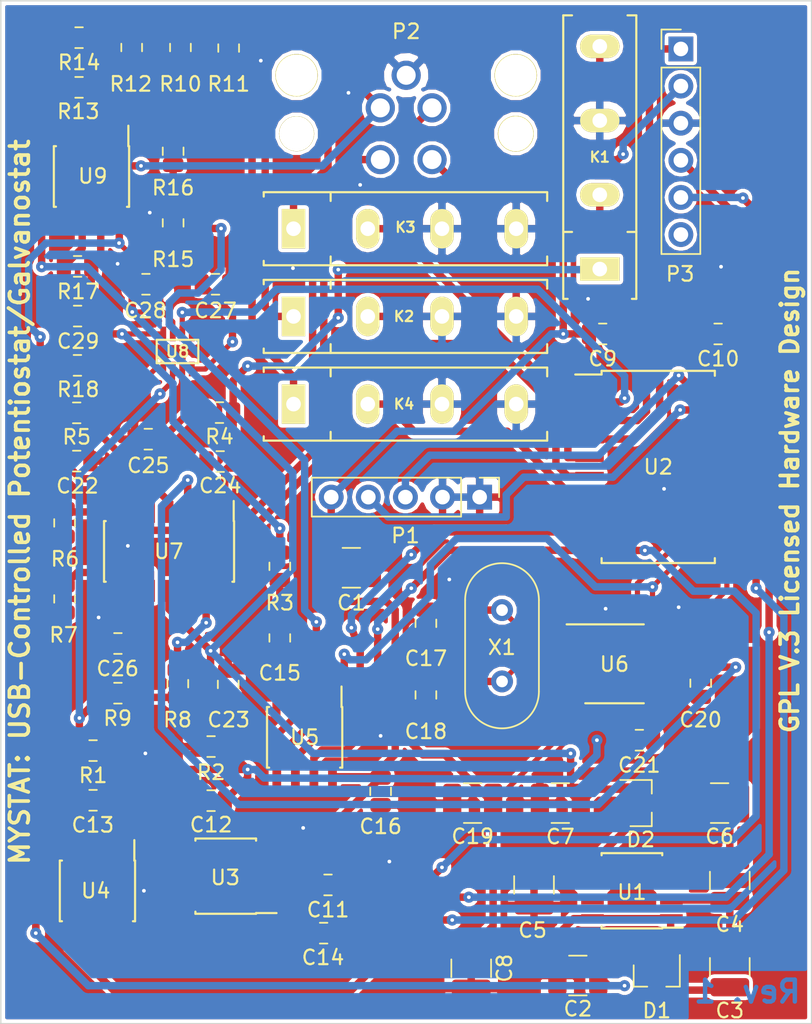
<source format=kicad_pcb>
(kicad_pcb (version 20171130) (host pcbnew 5.0.0+dfsg1-1)
  (title_block (title MYSTAT) (date 2018-07-25) (rev 1) (company "GPL v.3 Open Source Hardware Design") (comment 1 "Based on tdstadv3 created by Thomas Dobbelaere") (comment 2 "Created by Matthew Yates") (comment 3 "USB-Controlled Potentiostat/Galvanostat"))
  (layers (0 F.Cu signal) (31 B.Cu signal) (34 B.Paste user) (35 F.Paste user) (36 B.SilkS user) (37 F.SilkS user) (38 B.Mask user) (39 F.Mask user) (44 Edge.Cuts user))
  (net 0 "")
  (net 1 +5V)
  (net 2 GND)
  (net 3 +9V)
  (net 4 "Net-(C3-Pad1)")
  (net 5 "Net-(C3-Pad2)")
  (net 6 "Net-(C4-Pad2)")
  (net 7 "Net-(C5-Pad2)")
  (net 8 "Net-(C6-Pad2)")
  (net 9 -9V)
  (net 10 "Net-(C10-Pad1)")
  (net 11 /VREF)
  (net 12 "Net-(C13-Pad1)")
  (net 13 "Net-(C15-Pad1)")
  (net 14 "Net-(C17-Pad1)")
  (net 15 "Net-(C18-Pad1)")
  (net 16 "Net-(C20-Pad1)")
  (net 17 "Net-(C20-Pad2)")
  (net 18 "Net-(C21-Pad1)")
  (net 19 "Net-(C24-Pad1)")
  (net 20 "Net-(C24-Pad2)")
  (net 21 "Net-(C25-Pad1)")
  (net 22 /V_MEAS)
  (net 23 "Net-(C26-Pad1)")
  (net 24 "Net-(C29-Pad1)")
  (net 25 /I_MEAS)
  (net 26 /WE)
  (net 27 /CELL_ON)
  (net 28 "Net-(K2-Pad1)")
  (net 29 /RANGE1)
  (net 30 "Net-(K3-Pad1)")
  (net 31 /RANGE2)
  (net 32 /RANGE3)
  (net 33 "Net-(K4-Pad1)")
  (net 34 /USB_D+)
  (net 35 /USB_D-)
  (net 36 /SE)
  (net 37 /CE)
  (net 38 /RE)
  (net 39 /MCLR)
  (net 40 /ICSPDAT)
  (net 41 /ICSPCLK)
  (net 42 "Net-(P3-Pad6)")
  (net 43 "Net-(R5-Pad2)")
  (net 44 "Net-(R6-Pad2)")
  (net 45 "Net-(R6-Pad1)")
  (net 46 "Net-(R8-Pad2)")
  (net 47 "Net-(R13-Pad2)")
  (net 48 "Net-(R13-Pad1)")
  (net 49 "Net-(R15-Pad2)")
  (net 50 "Net-(U1-Pad7)")
  (net 51 /MODE_SW)
  (net 52 "Net-(U2-Pad7)")
  (net 53 /SDIO2)
  (net 54 /CS2)
  (net 55 /CS1)
  (net 56 /SCK)
  (net 57 /SDIO)
  (net 58 "Net-(U2-Pad14)")
  (net 59 "Net-(U3-Pad1)")
  (net 60 "Net-(U3-Pad3)")
  (net 61 "Net-(U3-Pad5)")
  (net 62 "Net-(U3-Pad7)")
  (net 63 "Net-(U3-Pad8)")
  (net 64 "Net-(U6-Pad6)")
  (net 65 "Net-(U6-Pad7)")
  (net 66 "Net-(U6-Pad8)")
  (net 67 "Net-(U8-Pad5)")
  (module my_footprints:T4145035041-001 (layer F.Cu) (at 77.75 59.1 180)
    (fp_text reference P2 (at 0 7 180) (layer F.SilkS))
    (fp_text value CELL)
    (pad 5 thru_hole circle (at 0 4 180) (size 2 2) (drill 1.3) (layers *.Cu *.Mask) (net 2 GND))
    (pad "" np_thru_hole circle (at -7.5 4 180) (size 2.9 2.9) (drill 2.8) (layers *.Cu *.Mask F.SilkS))
    (pad "" np_thru_hole circle (at 7.5 4 180) (size 2.9 2.9) (drill 2.8) (layers *.Cu *.Mask F.SilkS))
    (pad "" np_thru_hole circle (at 7.5 0 180) (size 2.4 2.4) (drill 2.35) (layers *.Cu *.Mask F.SilkS))
    (pad "" np_thru_hole circle (at -7.5 0 180) (size 2.45 2.45) (drill 2.35) (layers *.Cu *.Mask F.SilkS))
    (pad 4 thru_hole circle (at -1.77 1.77 180) (size 2 2) (drill 1.3) (layers *.Cu *.Mask) (net 38 /RE))
    (pad 3 thru_hole circle (at 1.77 1.77 180) (size 2 2) (drill 1.3) (layers *.Cu *.Mask) (net 37 /CE))
    (pad 2 thru_hole circle (at 1.77 -1.77 180) (size 2 2) (drill 1.3) (layers *.Cu *.Mask) (net 36 /SE))
    (pad 1 thru_hole circle (at -1.77 -1.77 180) (size 2 2) (drill 1.3) (layers *.Cu *.Mask) (net 26 /WE))
  )
  (module Capacitor_SMD:C_0805_2012Metric (layer F.Cu) (at 59.9375 69.4)
    (fp_text reference C28 (at -0.0375 1.8) (layer F.SilkS))
    (fp_text value "0.1 µF")
    (pad 1 smd roundrect (at -0.9375 0) (size 0.975 1.4) (layers F.Cu F.Paste F.Mask) (net 9 -9V))
    (pad 2 smd roundrect (at 0.9375 0) (size 0.975 1.4) (layers F.Cu F.Paste F.Mask) (net 2 GND))
  )
  (module Capacitor_SMD:C_1210_3225Metric (layer F.Cu) (at 74 88.8)
    (fp_text reference C1 (at 0 2.4) (layer F.SilkS))
    (fp_text value "10 µF")
    (pad 1 smd roundrect (at -1.4 0) (size 1.25 2.65) (layers F.Cu F.Paste F.Mask) (roundrect_rratio 0.2) (net 1 +5V))
    (pad 2 smd roundrect (at 1.4 0) (size 1.25 2.65) (layers F.Cu F.Paste F.Mask) (roundrect_rratio 0.2) (net 2 GND))
  )
  (module Capacitor_SMD:C_1210_3225Metric (layer F.Cu) (at 89.5 116.7 180)
    (fp_text reference C2 (at 0 -2.28 180) (layer F.SilkS))
    (fp_text value "10 µF")
    (pad 2 smd roundrect (at 1.4 0 180) (size 1.25 2.65) (layers F.Cu F.Paste F.Mask) (roundrect_rratio 0.2) (net 2 GND))
    (pad 1 smd roundrect (at -1.4 0 180) (size 1.25 2.65) (layers F.Cu F.Paste F.Mask) (roundrect_rratio 0.2) (net 3 +9V))
  )
  (module Capacitor_SMD:C_1210_3225Metric (layer F.Cu) (at 99.9 116.1 90)
    (fp_text reference C3 (at -3 0 180) (layer F.SilkS))
    (fp_text value "10 µF")
    (pad 1 smd roundrect (at -1.4 0 90) (size 1.25 2.65) (layers F.Cu F.Paste F.Mask) (roundrect_rratio 0.2) (net 4 "Net-(C3-Pad1)"))
    (pad 2 smd roundrect (at 1.4 0 90) (size 1.25 2.65) (layers F.Cu F.Paste F.Mask) (roundrect_rratio 0.2) (net 5 "Net-(C3-Pad2)"))
  )
  (module Capacitor_SMD:C_1210_3225Metric (layer F.Cu) (at 99.9 110.2 90)
    (fp_text reference C4 (at -3 0 180) (layer F.SilkS))
    (fp_text value "10 µF")
    (pad 2 smd roundrect (at 1.4 0 90) (size 1.25 2.65) (layers F.Cu F.Paste F.Mask) (roundrect_rratio 0.2) (net 6 "Net-(C4-Pad2)"))
    (pad 1 smd roundrect (at -1.4 0 90) (size 1.25 2.65) (layers F.Cu F.Paste F.Mask) (roundrect_rratio 0.2) (net 5 "Net-(C3-Pad2)"))
  )
  (module Capacitor_SMD:C_1210_3225Metric (layer F.Cu) (at 86.5 110.5 90)
    (fp_text reference C5 (at -3.1 -0.1 180) (layer F.SilkS))
    (fp_text value "10 µF")
    (pad 1 smd roundrect (at -1.4 0 90) (size 1.25 2.65) (layers F.Cu F.Paste F.Mask) (roundrect_rratio 0.2) (net 2 GND))
    (pad 2 smd roundrect (at 1.4 0 90) (size 1.25 2.65) (layers F.Cu F.Paste F.Mask) (roundrect_rratio 0.2) (net 7 "Net-(C5-Pad2)"))
  )
  (module Capacitor_SMD:C_1210_3225Metric (layer F.Cu) (at 99.2 104.9 180)
    (fp_text reference C6 (at 0 -2.28 180) (layer F.SilkS))
    (fp_text value "10 µF")
    (pad 2 smd roundrect (at 1.4 0 180) (size 1.25 2.65) (layers F.Cu F.Paste F.Mask) (roundrect_rratio 0.2) (net 8 "Net-(C6-Pad2)"))
    (pad 1 smd roundrect (at -1.4 0 180) (size 1.25 2.65) (layers F.Cu F.Paste F.Mask) (roundrect_rratio 0.2) (net 6 "Net-(C4-Pad2)"))
  )
  (module Capacitor_SMD:C_1210_3225Metric (layer F.Cu) (at 88.3 104.9)
    (fp_text reference C7 (at 0 2.3) (layer F.SilkS))
    (fp_text value "10 µF")
    (pad 1 smd roundrect (at -1.4 0) (size 1.25 2.65) (layers F.Cu F.Paste F.Mask) (roundrect_rratio 0.2) (net 2 GND))
    (pad 2 smd roundrect (at 1.4 0) (size 1.25 2.65) (layers F.Cu F.Paste F.Mask) (roundrect_rratio 0.2) (net 9 -9V))
  )
  (module Capacitor_SMD:C_1210_3225Metric (layer F.Cu) (at 82.2 116.2 270)
    (fp_text reference C8 (at 0 -2.28 270) (layer F.SilkS))
    (fp_text value "10 µF")
    (pad 2 smd roundrect (at 1.4 0 270) (size 1.25 2.65) (layers F.Cu F.Paste F.Mask) (roundrect_rratio 0.2) (net 2 GND))
    (pad 1 smd roundrect (at -1.4 0 270) (size 1.25 2.65) (layers F.Cu F.Paste F.Mask) (roundrect_rratio 0.2) (net 1 +5V))
  )
  (module Capacitor_SMD:C_0805_2012Metric (layer F.Cu) (at 91.2 72.8)
    (fp_text reference C9 (at 0 1.7) (layer F.SilkS))
    (fp_text value "0.1 µF")
    (pad 1 smd roundrect (at -0.9375 0) (size 0.975 1.4) (layers F.Cu F.Paste F.Mask) (net 1 +5V))
    (pad 2 smd roundrect (at 0.9375 0) (size 0.975 1.4) (layers F.Cu F.Paste F.Mask) (net 2 GND))
  )
  (module Capacitor_SMD:C_0805_2012Metric (layer F.Cu) (at 99.1 72.8 180)
    (fp_text reference C10 (at 0 -1.7 180) (layer F.SilkS))
    (fp_text value "0.1 µF")
    (pad 2 smd roundrect (at 0.9375 0 180) (size 0.975 1.4) (layers F.Cu F.Paste F.Mask) (net 2 GND))
    (pad 1 smd roundrect (at -0.9375 0 180) (size 0.975 1.4) (layers F.Cu F.Paste F.Mask) (net 10 "Net-(C10-Pad1)"))
  )
  (module Capacitor_SMD:C_0805_2012Metric (layer F.Cu) (at 72.4 110.5)
    (fp_text reference C11 (at 0 1.7) (layer F.SilkS))
    (fp_text value "0.1 µF")
    (pad 2 smd roundrect (at 0.9375 0) (size 0.975 1.4) (layers F.Cu F.Paste F.Mask) (net 2 GND))
    (pad 1 smd roundrect (at -0.9375 0) (size 0.975 1.4) (layers F.Cu F.Paste F.Mask) (net 1 +5V))
  )
  (module Capacitor_SMD:C_0805_2012Metric (layer F.Cu) (at 64.395568 104.732918 180)
    (fp_text reference C12 (at 0 -1.65 180) (layer F.SilkS))
    (fp_text value "0.1 µF")
    (pad 1 smd roundrect (at -0.9375 0 180) (size 0.975 1.4) (layers F.Cu F.Paste F.Mask) (net 11 /VREF))
    (pad 2 smd roundrect (at 0.9375 0 180) (size 0.975 1.4) (layers F.Cu F.Paste F.Mask) (net 2 GND))
  )
  (module Capacitor_SMD:C_0805_2012Metric (layer F.Cu) (at 56.319335 104.709042 180)
    (fp_text reference C13 (at 0.019335 -1.690958 180) (layer F.SilkS))
    (fp_text value "0.1 µF")
    (pad 2 smd roundrect (at 0.9375 0 180) (size 0.975 1.4) (layers F.Cu F.Paste F.Mask) (net 2 GND))
    (pad 1 smd roundrect (at -0.9375 0 180) (size 0.975 1.4) (layers F.Cu F.Paste F.Mask) (net 12 "Net-(C13-Pad1)"))
  )
  (module Capacitor_SMD:C_0805_2012Metric (layer F.Cu) (at 72.1 113.8)
    (fp_text reference C14 (at -0.045001 1.665001) (layer F.SilkS))
    (fp_text value "0.1 µF")
    (pad 2 smd roundrect (at 0.9375 0) (size 0.975 1.4) (layers F.Cu F.Paste F.Mask) (net 2 GND))
    (pad 1 smd roundrect (at -0.9375 0) (size 0.975 1.4) (layers F.Cu F.Paste F.Mask) (net 1 +5V))
  )
  (module Capacitor_SMD:C_0805_2012Metric (layer F.Cu) (at 69.1 93.6 270)
    (fp_text reference C15 (at 2.4 0) (layer F.SilkS))
    (fp_text value "0.1 µF")
    (pad 1 smd roundrect (at -0.9375 0 270) (size 0.975 1.4) (layers F.Cu F.Paste F.Mask) (net 13 "Net-(C15-Pad1)"))
    (pad 2 smd roundrect (at 0.9375 0 270) (size 0.975 1.4) (layers F.Cu F.Paste F.Mask) (net 2 GND))
  )
  (module Capacitor_SMD:C_0805_2012Metric (layer F.Cu) (at 76 104.1 270)
    (fp_text reference C16 (at 2.4 0) (layer F.SilkS))
    (fp_text value "0.1 µF")
    (pad 1 smd roundrect (at -0.9375 0 270) (size 0.975 1.4) (layers F.Cu F.Paste F.Mask) (net 1 +5V))
    (pad 2 smd roundrect (at 0.9375 0 270) (size 0.975 1.4) (layers F.Cu F.Paste F.Mask) (net 2 GND))
  )
  (module Capacitor_SMD:C_0805_2012Metric (layer F.Cu) (at 79.1 92.6 270)
    (fp_text reference C17 (at 2.4 0) (layer F.SilkS))
    (fp_text value "12 pF")
    (pad 2 smd roundrect (at 0.9375 0 270) (size 0.975 1.4) (layers F.Cu F.Paste F.Mask) (net 2 GND))
    (pad 1 smd roundrect (at -0.9375 0 270) (size 0.975 1.4) (layers F.Cu F.Paste F.Mask) (net 14 "Net-(C17-Pad1)"))
  )
  (module Capacitor_SMD:C_0805_2012Metric (layer F.Cu) (at 79.1 97.5 270)
    (fp_text reference C18 (at 2.5 0) (layer F.SilkS))
    (fp_text value "12 pF")
    (pad 1 smd roundrect (at -0.9375 0 270) (size 0.975 1.4) (layers F.Cu F.Paste F.Mask) (net 15 "Net-(C18-Pad1)"))
    (pad 2 smd roundrect (at 0.9375 0 270) (size 0.975 1.4) (layers F.Cu F.Paste F.Mask) (net 2 GND))
  )
  (module Capacitor_SMD:C_1210_3225Metric (layer F.Cu) (at 82.3 104.9 180)
    (fp_text reference C19 (at 0 -2.28 180) (layer F.SilkS))
    (fp_text value "10 µF")
    (pad 1 smd roundrect (at -1.4 0 180) (size 1.25 2.65) (layers F.Cu F.Paste F.Mask) (roundrect_rratio 0.2) (net 1 +5V))
    (pad 2 smd roundrect (at 1.4 0 180) (size 1.25 2.65) (layers F.Cu F.Paste F.Mask) (roundrect_rratio 0.2) (net 2 GND))
  )
  (module Capacitor_SMD:C_0805_2012Metric (layer F.Cu) (at 97.909511 96.695939 90)
    (fp_text reference C20 (at -2.504061 -0.009511 180) (layer F.SilkS))
    (fp_text value "3.3 nF")
    (pad 1 smd roundrect (at -0.9375 0 90) (size 0.975 1.4) (layers F.Cu F.Paste F.Mask) (net 16 "Net-(C20-Pad1)"))
    (pad 2 smd roundrect (at 0.9375 0 90) (size 0.975 1.4) (layers F.Cu F.Paste F.Mask) (net 17 "Net-(C20-Pad2)"))
  )
  (module Capacitor_SMD:C_0805_2012Metric (layer F.Cu) (at 93.709511 100.595939 180)
    (fp_text reference C21 (at 0.009511 -1.704061 180) (layer F.SilkS))
    (fp_text value "10 nF")
    (pad 2 smd roundrect (at 0.9375 0 180) (size 0.975 1.4) (layers F.Cu F.Paste F.Mask) (net 11 /VREF))
    (pad 1 smd roundrect (at -0.9375 0 180) (size 0.975 1.4) (layers F.Cu F.Paste F.Mask) (net 18 "Net-(C21-Pad1)"))
  )
  (module Capacitor_SMD:C_0805_2012Metric (layer F.Cu) (at 55.2 81.5 180)
    (fp_text reference C22 (at -0.05 -1.7 180) (layer F.SilkS))
    (fp_text value "0.1 µF")
    (pad 2 smd roundrect (at 0.9375 0 180) (size 0.975 1.4) (layers F.Cu F.Paste F.Mask) (net 3 +9V))
    (pad 1 smd roundrect (at -0.9375 0 180) (size 0.975 1.4) (layers F.Cu F.Paste F.Mask) (net 2 GND))
  )
  (module Capacitor_SMD:C_0805_2012Metric (layer F.Cu) (at 65.57083 96.779997 90)
    (fp_text reference C23 (at -2.420003 0.02917 180) (layer F.SilkS))
    (fp_text value "0.1 µF")
    (pad 1 smd roundrect (at -0.9375 0 90) (size 0.975 1.4) (layers F.Cu F.Paste F.Mask) (net 9 -9V))
    (pad 2 smd roundrect (at 0.9375 0 90) (size 0.975 1.4) (layers F.Cu F.Paste F.Mask) (net 2 GND))
  )
  (module Capacitor_SMD:C_0805_2012Metric (layer F.Cu) (at 65.02083 81.529997 180)
    (fp_text reference C24 (at 0 -1.65 180) (layer F.SilkS))
    (fp_text value "4700 pF")
    (pad 1 smd roundrect (at -0.9375 0 180) (size 0.975 1.4) (layers F.Cu F.Paste F.Mask) (net 19 "Net-(C24-Pad1)"))
    (pad 2 smd roundrect (at 0.9375 0 180) (size 0.975 1.4) (layers F.Cu F.Paste F.Mask) (net 20 "Net-(C24-Pad2)"))
  )
  (module Capacitor_SMD:C_0805_2012Metric (layer F.Cu) (at 60.1 80 180)
    (fp_text reference C25 (at 0 -1.8 180) (layer F.SilkS))
    (fp_text value "0.1 µF")
    (pad 2 smd roundrect (at 0.9375 0 180) (size 0.975 1.4) (layers F.Cu F.Paste F.Mask) (net 2 GND))
    (pad 1 smd roundrect (at -0.9375 0 180) (size 0.975 1.4) (layers F.Cu F.Paste F.Mask) (net 21 "Net-(C25-Pad1)"))
  )
  (module Capacitor_SMD:C_0805_2012Metric (layer F.Cu) (at 58.02083 93.979997 180)
    (fp_text reference C26 (at 0.02083 -1.720003 180) (layer F.SilkS))
    (fp_text value "12 pF")
    (pad 2 smd roundrect (at 0.9375 0 180) (size 0.975 1.4) (layers F.Cu F.Paste F.Mask) (net 22 /V_MEAS))
    (pad 1 smd roundrect (at -0.9375 0 180) (size 0.975 1.4) (layers F.Cu F.Paste F.Mask) (net 23 "Net-(C26-Pad1)"))
  )
  (module Capacitor_SMD:C_0805_2012Metric (layer F.Cu) (at 64.7 69.4 180)
    (fp_text reference C27 (at 0 -1.8 180) (layer F.SilkS))
    (fp_text value "0.1 µF")
    (pad 2 smd roundrect (at 0.9375 0 180) (size 0.975 1.4) (layers F.Cu F.Paste F.Mask) (net 3 +9V))
    (pad 1 smd roundrect (at -0.9375 0 180) (size 0.975 1.4) (layers F.Cu F.Paste F.Mask) (net 2 GND))
  )
  (module Capacitor_SMD:C_0805_2012Metric (layer F.Cu) (at 55.26033 71.577421)
    (fp_text reference C29 (at 0.03967 1.722579) (layer F.SilkS))
    (fp_text value "12 pF")
    (pad 1 smd roundrect (at -0.9375 0) (size 0.975 1.4) (layers F.Cu F.Paste F.Mask) (net 24 "Net-(C29-Pad1)"))
    (pad 2 smd roundrect (at 0.9375 0) (size 0.975 1.4) (layers F.Cu F.Paste F.Mask) (net 25 /I_MEAS))
  )
  (module Package_TO_SOT_SMD:SOT-23 (layer F.Cu) (at 94.9 116.7 270)
    (fp_text reference D1 (at 2.4 0) (layer F.SilkS))
    (fp_text value BAT721S)
    (pad 3 smd rect (at 1 0 270) (size 0.9 0.8) (layers F.Cu F.Paste F.Mask) (net 4 "Net-(C3-Pad1)"))
    (pad 2 smd rect (at -1 0.95 270) (size 0.9 0.8) (layers F.Cu F.Paste F.Mask) (net 3 +9V))
    (pad 1 smd rect (at -1 -0.95 270) (size 0.9 0.8) (layers F.Cu F.Paste F.Mask) (net 1 +5V))
  )
  (module Package_TO_SOT_SMD:SOT-23 (layer F.Cu) (at 93.8 104.9)
    (fp_text reference D2 (at 0 2.5) (layer F.SilkS))
    (fp_text value BAT721S)
    (pad 1 smd rect (at -1 -0.95) (size 0.9 0.8) (layers F.Cu F.Paste F.Mask) (net 9 -9V))
    (pad 2 smd rect (at -1 0.95) (size 0.9 0.8) (layers F.Cu F.Paste F.Mask) (net 7 "Net-(C5-Pad2)"))
    (pad 3 smd rect (at 1 0) (size 0.9 0.8) (layers F.Cu F.Paste F.Mask) (net 8 "Net-(C6-Pad2)"))
  )
  (module my_footprints:RELAY-9007 (layer F.Cu) (at 91 58.2 90)
    (fp_text reference K1 (at -2.5 0 180) (layer F.SilkS) (effects (font (size 0.7 0.7))))
    (fp_text value 9007-05-01)
    (pad 4 thru_hole oval (at 5.08 0 180) (size 2.7 1.6) (drill 1) (layers *.Cu *.Mask F.SilkS) (net 26 /WE))
    (pad 3 thru_hole oval (at 0 0 180) (size 2.7 1.6) (drill 1) (layers *.Cu *.Mask F.SilkS) (net 2 GND))
    (pad 2 thru_hole oval (at -5.08 0 180) (size 2.7 1.6) (drill 1) (layers *.Cu *.Mask F.SilkS) (net 27 /CELL_ON))
    (pad 1 thru_hole rect (at -10.16 0 180) (size 2.7 1.6) (drill 1) (layers *.Cu *.Mask F.SilkS) (net 19 "Net-(C24-Pad1)"))
  )
  (module my_footprints:RELAY-9007 (layer F.Cu) (at 80.2 71.6)
    (fp_text reference K2 (at -2.6 0 180) (layer F.SilkS) (effects (font (size 0.7 0.7))))
    (fp_text value 9007-05-01)
    (pad 1 thru_hole rect (at -10.16 0 90) (size 2.7 1.6) (drill 1) (layers *.Cu *.Mask F.SilkS) (net 28 "Net-(K2-Pad1)"))
    (pad 2 thru_hole oval (at -5.08 0 90) (size 2.7 1.6) (drill 1) (layers *.Cu *.Mask F.SilkS) (net 29 /RANGE1))
    (pad 3 thru_hole oval (at 0 0 90) (size 2.7 1.6) (drill 1) (layers *.Cu *.Mask F.SilkS) (net 2 GND))
    (pad 4 thru_hole oval (at 5.08 0 90) (size 2.7 1.6) (drill 1) (layers *.Cu *.Mask F.SilkS) (net 2 GND))
  )
  (module my_footprints:RELAY-9007 (layer F.Cu) (at 80.2 65.6)
    (fp_text reference K3 (at -2.5 -0.1 180) (layer F.SilkS) (effects (font (size 0.7 0.7))))
    (fp_text value 9007-05-01)
    (pad 1 thru_hole rect (at -10.16 0 90) (size 2.7 1.6) (drill 1) (layers *.Cu *.Mask F.SilkS) (net 30 "Net-(K3-Pad1)"))
    (pad 2 thru_hole oval (at -5.08 0 90) (size 2.7 1.6) (drill 1) (layers *.Cu *.Mask F.SilkS) (net 31 /RANGE2))
    (pad 3 thru_hole oval (at 0 0 90) (size 2.7 1.6) (drill 1) (layers *.Cu *.Mask F.SilkS) (net 2 GND))
    (pad 4 thru_hole oval (at 5.08 0 90) (size 2.7 1.6) (drill 1) (layers *.Cu *.Mask F.SilkS) (net 2 GND))
  )
  (module my_footprints:RELAY-9007 (layer F.Cu) (at 80.2 77.6)
    (fp_text reference K4 (at -2.6 0 180) (layer F.SilkS) (effects (font (size 0.7 0.7))))
    (fp_text value 9007-05-01)
    (pad 4 thru_hole oval (at 5.08 0 90) (size 2.7 1.6) (drill 1) (layers *.Cu *.Mask F.SilkS) (net 2 GND))
    (pad 3 thru_hole oval (at 0 0 90) (size 2.7 1.6) (drill 1) (layers *.Cu *.Mask F.SilkS) (net 2 GND))
    (pad 2 thru_hole oval (at -5.08 0 90) (size 2.7 1.6) (drill 1) (layers *.Cu *.Mask F.SilkS) (net 32 /RANGE3))
    (pad 1 thru_hole rect (at -10.16 0 90) (size 2.7 1.6) (drill 1) (layers *.Cu *.Mask F.SilkS) (net 33 "Net-(K4-Pad1)"))
  )
  (module my_footprints:PinHeader_1x05_P2.54mm_Vertical (layer F.Cu) (at 82.778286 83.964941 270)
    (fp_text reference P1 (at 2.635059 5.078286) (layer F.SilkS))
    (fp_text value "USB Terminal")
    (pad 5 thru_hole rect (at 0 0 270) (size 1.7 1.7) (drill 1) (layers *.Cu *.Mask) (net 2 GND))
    (pad 4 thru_hole oval (at 0 2.54 270) (size 1.7 1.7) (drill 1) (layers *.Cu *.Mask) (net 2 GND))
    (pad 3 thru_hole oval (at 0 5.08 270) (size 1.7 1.7) (drill 1) (layers *.Cu *.Mask) (net 34 /USB_D+))
    (pad 2 thru_hole oval (at 0 7.62 270) (size 1.7 1.7) (drill 1) (layers *.Cu *.Mask) (net 35 /USB_D-))
    (pad 1 thru_hole oval (at 0 10.16 270) (size 1.7 1.7) (drill 1) (layers *.Cu *.Mask) (net 1 +5V))
  )
  (module Connector_PinHeader_2.54mm:PinHeader_1x06_P2.54mm_Vertical (layer F.Cu) (at 96.55 53.3)
    (fp_text reference P3 (at -0.05 15.4) (layer F.SilkS))
    (fp_text value ICSP)
    (pad 1 thru_hole rect (at 0 0) (size 1.7 1.7) (drill 1) (layers *.Cu *.Mask) (net 39 /MCLR))
    (pad 2 thru_hole oval (at 0 2.54) (size 1.7 1.7) (drill 1) (layers *.Cu *.Mask) (net 1 +5V))
    (pad 3 thru_hole oval (at 0 5.08) (size 1.7 1.7) (drill 1) (layers *.Cu *.Mask) (net 2 GND))
    (pad 4 thru_hole oval (at 0 7.62) (size 1.7 1.7) (drill 1) (layers *.Cu *.Mask) (net 40 /ICSPDAT))
    (pad 5 thru_hole oval (at 0 10.16) (size 1.7 1.7) (drill 1) (layers *.Cu *.Mask) (net 41 /ICSPCLK))
    (pad 6 thru_hole oval (at 0 12.7) (size 1.7 1.7) (drill 1) (layers *.Cu *.Mask) (net 42 "Net-(P3-Pad6)"))
  )
  (module Resistor_SMD:R_0805_2012Metric (layer F.Cu) (at 56.319335 101.309042)
    (fp_text reference R1 (at 0 1.7) (layer F.SilkS))
    (fp_text value 1k)
    (pad 1 smd roundrect (at -0.9375 0) (size 0.975 1.4) (layers F.Cu F.Paste F.Mask) (net 22 /V_MEAS))
    (pad 2 smd roundrect (at 0.9375 0) (size 0.975 1.4) (layers F.Cu F.Paste F.Mask) (net 12 "Net-(C13-Pad1)"))
  )
  (module Resistor_SMD:R_0805_2012Metric (layer F.Cu) (at 64.395568 101.032918 180)
    (fp_text reference R2 (at 0 -1.767082 180) (layer F.SilkS))
    (fp_text value 10k)
    (pad 1 smd roundrect (at -0.9375 0 180) (size 0.975 1.4) (layers F.Cu F.Paste F.Mask) (net 11 /VREF))
    (pad 2 smd roundrect (at 0.9375 0 180) (size 0.975 1.4) (layers F.Cu F.Paste F.Mask) (net 2 GND))
  )
  (module Resistor_SMD:R_0805_2012Metric (layer F.Cu) (at 69.1 88.7 270)
    (fp_text reference R3 (at 2.5 0) (layer F.SilkS))
    (fp_text value 1k)
    (pad 2 smd roundrect (at 0.9375 0 270) (size 0.975 1.4) (layers F.Cu F.Paste F.Mask) (net 13 "Net-(C15-Pad1)"))
    (pad 1 smd roundrect (at -0.9375 0 270) (size 0.975 1.4) (layers F.Cu F.Paste F.Mask) (net 25 /I_MEAS))
  )
  (module Resistor_SMD:R_0805_2012Metric (layer F.Cu) (at 64.97083 78.179997 180)
    (fp_text reference R4 (at 0 -1.65 180) (layer F.SilkS))
    (fp_text value 27R)
    (pad 1 smd roundrect (at -0.9375 0 180) (size 0.975 1.4) (layers F.Cu F.Paste F.Mask) (net 19 "Net-(C24-Pad1)"))
    (pad 2 smd roundrect (at 0.9375 0 180) (size 0.975 1.4) (layers F.Cu F.Paste F.Mask) (net 21 "Net-(C25-Pad1)"))
  )
  (module Resistor_SMD:R_0805_2012Metric (layer F.Cu) (at 55.2 78.2 180)
    (fp_text reference R5 (at 0 -1.65 180) (layer F.SilkS))
    (fp_text value 10k)
    (pad 2 smd roundrect (at 0.9375 0 180) (size 0.975 1.4) (layers F.Cu F.Paste F.Mask) (net 43 "Net-(R5-Pad2)"))
    (pad 1 smd roundrect (at -0.9375 0 180) (size 0.975 1.4) (layers F.Cu F.Paste F.Mask) (net 20 "Net-(C24-Pad2)"))
  )
  (module Resistor_SMD:R_0805_2012Metric (layer F.Cu) (at 54.37083 85.729997 270)
    (fp_text reference R6 (at 2.470003 -0.02917) (layer F.SilkS))
    (fp_text value 240k*)
    (pad 2 smd roundrect (at 0.9375 0 270) (size 0.975 1.4) (layers F.Cu F.Paste F.Mask) (net 44 "Net-(R6-Pad2)"))
    (pad 1 smd roundrect (at -0.9375 0 270) (size 0.975 1.4) (layers F.Cu F.Paste F.Mask) (net 45 "Net-(R6-Pad1)"))
  )
  (module Resistor_SMD:R_0805_2012Metric (layer F.Cu) (at 54.37083 90.929997 270)
    (fp_text reference R7 (at 2.470003 0.07083) (layer F.SilkS))
    (fp_text value 75k*)
    (pad 2 smd roundrect (at 0.9375 0 270) (size 0.975 1.4) (layers F.Cu F.Paste F.Mask) (net 11 /VREF))
    (pad 1 smd roundrect (at -0.9375 0 270) (size 0.975 1.4) (layers F.Cu F.Paste F.Mask) (net 44 "Net-(R6-Pad2)"))
  )
  (module Resistor_SMD:R_0805_2012Metric (layer F.Cu) (at 62.12083 96.729997 90)
    (fp_text reference R8 (at -2.470003 -0.02083 180) (layer F.SilkS))
    (fp_text value 240k*)
    (pad 1 smd roundrect (at -0.9375 0 90) (size 0.975 1.4) (layers F.Cu F.Paste F.Mask) (net 23 "Net-(C26-Pad1)"))
    (pad 2 smd roundrect (at 0.9375 0 90) (size 0.975 1.4) (layers F.Cu F.Paste F.Mask) (net 46 "Net-(R8-Pad2)"))
  )
  (module Resistor_SMD:R_0805_2012Metric (layer F.Cu) (at 58.02083 97.379997)
    (fp_text reference R9 (at -0.02083 1.720003) (layer F.SilkS))
    (fp_text value 75k*)
    (pad 1 smd roundrect (at -0.9375 0) (size 0.975 1.4) (layers F.Cu F.Paste F.Mask) (net 22 /V_MEAS))
    (pad 2 smd roundrect (at 0.9375 0) (size 0.975 1.4) (layers F.Cu F.Paste F.Mask) (net 23 "Net-(C26-Pad1)"))
  )
  (module Resistor_SMD:R_0805_2012Metric (layer F.Cu) (at 62.3 53.2 270)
    (fp_text reference R10 (at 2.5 0) (layer F.SilkS))
    (fp_text value 10R*)
    (pad 2 smd roundrect (at 0.9375 0 270) (size 0.975 1.4) (layers F.Cu F.Paste F.Mask) (net 28 "Net-(K2-Pad1)"))
    (pad 1 smd roundrect (at -0.9375 0 270) (size 0.975 1.4) (layers F.Cu F.Paste F.Mask) (net 37 /CE))
  )
  (module Resistor_SMD:R_0805_2012Metric (layer F.Cu) (at 65.6 53.2375 270)
    (fp_text reference R11 (at 2.4625 0) (layer F.SilkS))
    (fp_text value 1k*)
    (pad 1 smd roundrect (at -0.9375 0 270) (size 0.975 1.4) (layers F.Cu F.Paste F.Mask) (net 37 /CE))
    (pad 2 smd roundrect (at 0.9375 0 270) (size 0.975 1.4) (layers F.Cu F.Paste F.Mask) (net 30 "Net-(K3-Pad1)"))
  )
  (module Resistor_SMD:R_0805_2012Metric (layer F.Cu) (at 58.9625 53.2 270)
    (fp_text reference R12 (at 2.5 0.0625) (layer F.SilkS))
    (fp_text value 100k*)
    (pad 1 smd roundrect (at -0.9375 0 270) (size 0.975 1.4) (layers F.Cu F.Paste F.Mask) (net 37 /CE))
    (pad 2 smd roundrect (at 0.9375 0 270) (size 0.975 1.4) (layers F.Cu F.Paste F.Mask) (net 33 "Net-(K4-Pad1)"))
  )
  (module Resistor_SMD:R_0805_2012Metric (layer F.Cu) (at 55.36033 55.927421)
    (fp_text reference R13 (at -0.05 1.65) (layer F.SilkS))
    (fp_text value 18k*)
    (pad 2 smd roundrect (at 0.9375 0) (size 0.975 1.4) (layers F.Cu F.Paste F.Mask) (net 47 "Net-(R13-Pad2)"))
    (pad 1 smd roundrect (at -0.9375 0) (size 0.975 1.4) (layers F.Cu F.Paste F.Mask) (net 48 "Net-(R13-Pad1)"))
  )
  (module Resistor_SMD:R_0805_2012Metric (layer F.Cu) (at 55.36033 52.527421)
    (fp_text reference R14 (at 0 1.7) (layer F.SilkS))
    (fp_text value 2k*)
    (pad 2 smd roundrect (at 0.9375 0) (size 0.975 1.4) (layers F.Cu F.Paste F.Mask) (net 2 GND))
    (pad 1 smd roundrect (at -0.9375 0) (size 0.975 1.4) (layers F.Cu F.Paste F.Mask) (net 48 "Net-(R13-Pad1)"))
  )
  (module Resistor_SMD:R_0805_2012Metric (layer F.Cu) (at 61.8 65.2 90)
    (fp_text reference R15 (at -2.5 0 180) (layer F.SilkS))
    (fp_text value 75k*)
    (pad 1 smd roundrect (at -0.9375 0 90) (size 0.975 1.4) (layers F.Cu F.Paste F.Mask) (net 11 /VREF))
    (pad 2 smd roundrect (at 0.9375 0 90) (size 0.975 1.4) (layers F.Cu F.Paste F.Mask) (net 49 "Net-(R15-Pad2)"))
  )
  (module Resistor_SMD:R_0805_2012Metric (layer F.Cu) (at 61.8 60.3 270)
    (fp_text reference R16 (at 2.5 0) (layer F.SilkS))
    (fp_text value 75k*)
    (pad 2 smd roundrect (at 0.9375 0 270) (size 0.975 1.4) (layers F.Cu F.Paste F.Mask) (net 49 "Net-(R15-Pad2)"))
    (pad 1 smd roundrect (at -0.9375 0 270) (size 0.975 1.4) (layers F.Cu F.Paste F.Mask) (net 47 "Net-(R13-Pad2)"))
  )
  (module Resistor_SMD:R_0805_2012Metric (layer F.Cu) (at 55.26033 68.177421)
    (fp_text reference R17 (at 0.03967 1.722579) (layer F.SilkS))
    (fp_text value 75k*)
    (pad 1 smd roundrect (at -0.9375 0) (size 0.975 1.4) (layers F.Cu F.Paste F.Mask) (net 24 "Net-(C29-Pad1)"))
    (pad 2 smd roundrect (at 0.9375 0) (size 0.975 1.4) (layers F.Cu F.Paste F.Mask) (net 25 /I_MEAS))
  )
  (module Resistor_SMD:R_0805_2012Metric (layer F.Cu) (at 55.25 74.95)
    (fp_text reference R18 (at 0.05 1.65) (layer F.SilkS))
    (fp_text value 75k*)
    (pad 2 smd roundrect (at 0.9375 0) (size 0.975 1.4) (layers F.Cu F.Paste F.Mask) (net 2 GND))
    (pad 1 smd roundrect (at -0.9375 0) (size 0.975 1.4) (layers F.Cu F.Paste F.Mask) (net 24 "Net-(C29-Pad1)"))
  )
  (module Package_SO:SOIC-8_3.9x4.9mm_P1.27mm (layer F.Cu) (at 93.2 110.9 180)
    (fp_text reference U1 (at 0 -0.1 180) (layer F.SilkS))
    (fp_text value LM2662)
    (pad 8 smd rect (at 2.7 -1.905 180) (size 1.55 0.6) (layers F.Cu F.Paste F.Mask) (net 1 +5V))
    (pad 7 smd rect (at 2.7 -0.635 180) (size 1.55 0.6) (layers F.Cu F.Paste F.Mask) (net 50 "Net-(U1-Pad7)"))
    (pad 6 smd rect (at 2.7 0.635 180) (size 1.55 0.6) (layers F.Cu F.Paste F.Mask) (net 2 GND))
    (pad 5 smd rect (at 2.7 1.905 180) (size 1.55 0.6) (layers F.Cu F.Paste F.Mask) (net 7 "Net-(C5-Pad2)"))
    (pad 4 smd rect (at -2.7 1.905 180) (size 1.55 0.6) (layers F.Cu F.Paste F.Mask) (net 6 "Net-(C4-Pad2)"))
    (pad 3 smd rect (at -2.7 0.635 180) (size 1.55 0.6) (layers F.Cu F.Paste F.Mask) (net 2 GND))
    (pad 2 smd rect (at -2.7 -0.635 180) (size 1.55 0.6) (layers F.Cu F.Paste F.Mask) (net 5 "Net-(C3-Pad2)"))
    (pad 1 smd rect (at -2.7 -1.905 180) (size 1.55 0.6) (layers F.Cu F.Paste F.Mask) (net 1 +5V))
  )
  (module Package_SO:SOIC-20W_7.5x12.8mm_P1.27mm (layer F.Cu) (at 95 81.9)
    (fp_text reference U2 (at 0 0) (layer F.SilkS))
    (fp_text value PIC16F1459)
    (pad 1 smd rect (at -4.7 -5.715) (size 1.95 0.6) (layers F.Cu F.Paste F.Mask) (net 1 +5V))
    (pad 2 smd rect (at -4.7 -4.445) (size 1.95 0.6) (layers F.Cu F.Paste F.Mask) (net 51 /MODE_SW))
    (pad 3 smd rect (at -4.7 -3.175) (size 1.95 0.6) (layers F.Cu F.Paste F.Mask) (net 27 /CELL_ON))
    (pad 4 smd rect (at -4.7 -1.905) (size 1.95 0.6) (layers F.Cu F.Paste F.Mask) (net 39 /MCLR))
    (pad 5 smd rect (at -4.7 -0.635) (size 1.95 0.6) (layers F.Cu F.Paste F.Mask) (net 31 /RANGE2))
    (pad 6 smd rect (at -4.7 0.635) (size 1.95 0.6) (layers F.Cu F.Paste F.Mask) (net 29 /RANGE1))
    (pad 7 smd rect (at -4.7 1.905) (size 1.95 0.6) (layers F.Cu F.Paste F.Mask) (net 52 "Net-(U2-Pad7)"))
    (pad 8 smd rect (at -4.7 3.175) (size 1.95 0.6) (layers F.Cu F.Paste F.Mask) (net 32 /RANGE3))
    (pad 9 smd rect (at -4.7 4.445) (size 1.95 0.6) (layers F.Cu F.Paste F.Mask) (net 53 /SDIO2))
    (pad 10 smd rect (at -4.7 5.715) (size 1.95 0.6) (layers F.Cu F.Paste F.Mask) (net 54 /CS2))
    (pad 11 smd rect (at 4.7 5.715) (size 1.95 0.6) (layers F.Cu F.Paste F.Mask) (net 55 /CS1))
    (pad 12 smd rect (at 4.7 4.445) (size 1.95 0.6) (layers F.Cu F.Paste F.Mask) (net 56 /SCK))
    (pad 13 smd rect (at 4.7 3.175) (size 1.95 0.6) (layers F.Cu F.Paste F.Mask) (net 57 /SDIO))
    (pad 14 smd rect (at 4.7 1.905) (size 1.95 0.6) (layers F.Cu F.Paste F.Mask) (net 58 "Net-(U2-Pad14)"))
    (pad 15 smd rect (at 4.7 0.635) (size 1.95 0.6) (layers F.Cu F.Paste F.Mask) (net 41 /ICSPCLK))
    (pad 16 smd rect (at 4.7 -0.635) (size 1.95 0.6) (layers F.Cu F.Paste F.Mask) (net 40 /ICSPDAT))
    (pad 17 smd rect (at 4.7 -1.905) (size 1.95 0.6) (layers F.Cu F.Paste F.Mask) (net 10 "Net-(C10-Pad1)"))
    (pad 18 smd rect (at 4.7 -3.175) (size 1.95 0.6) (layers F.Cu F.Paste F.Mask) (net 35 /USB_D-))
    (pad 19 smd rect (at 4.7 -4.445) (size 1.95 0.6) (layers F.Cu F.Paste F.Mask) (net 34 /USB_D+))
    (pad 20 smd rect (at 4.7 -5.715) (size 1.95 0.6) (layers F.Cu F.Paste F.Mask) (net 2 GND))
  )
  (module Package_SO:SOIC-8_3.9x4.9mm_P1.27mm (layer F.Cu) (at 65.4 109.9 180)
    (fp_text reference U3 (at 0.032918 -0.095568) (layer F.SilkS))
    (fp_text value ADR421)
    (pad 1 smd rect (at -2.7 -1.905 180) (size 1.55 0.6) (layers F.Cu F.Paste F.Mask) (net 59 "Net-(U3-Pad1)"))
    (pad 2 smd rect (at -2.7 -0.635 180) (size 1.55 0.6) (layers F.Cu F.Paste F.Mask) (net 1 +5V))
    (pad 3 smd rect (at -2.7 0.635 180) (size 1.55 0.6) (layers F.Cu F.Paste F.Mask) (net 60 "Net-(U3-Pad3)"))
    (pad 4 smd rect (at -2.7 1.905 180) (size 1.55 0.6) (layers F.Cu F.Paste F.Mask) (net 2 GND))
    (pad 5 smd rect (at 2.7 1.905 180) (size 1.55 0.6) (layers F.Cu F.Paste F.Mask) (net 61 "Net-(U3-Pad5)"))
    (pad 6 smd rect (at 2.7 0.635 180) (size 1.55 0.6) (layers F.Cu F.Paste F.Mask) (net 11 /VREF))
    (pad 7 smd rect (at 2.7 -0.635 180) (size 1.55 0.6) (layers F.Cu F.Paste F.Mask) (net 62 "Net-(U3-Pad7)"))
    (pad 8 smd rect (at 2.7 -1.905 180) (size 1.55 0.6) (layers F.Cu F.Paste F.Mask) (net 63 "Net-(U3-Pad8)"))
  )
  (module Package_SO:SOIC-8_3.9x4.9mm_P1.27mm (layer F.Cu) (at 56.619335 110.909042 270)
    (fp_text reference U4 (at -0.009042 0.119335) (layer F.SilkS))
    (fp_text value MCP3553)
    (pad 1 smd rect (at -2.7 -1.905 270) (size 1.55 0.6) (layers F.Cu F.Paste F.Mask) (net 11 /VREF))
    (pad 2 smd rect (at -2.7 -0.635 270) (size 1.55 0.6) (layers F.Cu F.Paste F.Mask) (net 12 "Net-(C13-Pad1)"))
    (pad 3 smd rect (at -2.7 0.635 270) (size 1.55 0.6) (layers F.Cu F.Paste F.Mask) (net 11 /VREF))
    (pad 4 smd rect (at -2.7 1.905 270) (size 1.55 0.6) (layers F.Cu F.Paste F.Mask) (net 2 GND))
    (pad 5 smd rect (at 2.7 1.905 270) (size 1.55 0.6) (layers F.Cu F.Paste F.Mask) (net 56 /SCK))
    (pad 6 smd rect (at 2.7 0.635 270) (size 1.55 0.6) (layers F.Cu F.Paste F.Mask) (net 57 /SDIO))
    (pad 7 smd rect (at 2.7 -0.635 270) (size 1.55 0.6) (layers F.Cu F.Paste F.Mask) (net 54 /CS2))
    (pad 8 smd rect (at 2.7 -1.905 270) (size 1.55 0.6) (layers F.Cu F.Paste F.Mask) (net 1 +5V))
  )
  (module Package_SO:SOIC-8_3.9x4.9mm_P1.27mm (layer F.Cu) (at 70.8 100.4 270)
    (fp_text reference U5 (at 0 0) (layer F.SilkS))
    (fp_text value MCP3553)
    (pad 8 smd rect (at 2.7 -1.905 270) (size 1.55 0.6) (layers F.Cu F.Paste F.Mask) (net 1 +5V))
    (pad 7 smd rect (at 2.7 -0.635 270) (size 1.55 0.6) (layers F.Cu F.Paste F.Mask) (net 54 /CS2))
    (pad 6 smd rect (at 2.7 0.635 270) (size 1.55 0.6) (layers F.Cu F.Paste F.Mask) (net 53 /SDIO2))
    (pad 5 smd rect (at 2.7 1.905 270) (size 1.55 0.6) (layers F.Cu F.Paste F.Mask) (net 56 /SCK))
    (pad 4 smd rect (at -2.7 1.905 270) (size 1.55 0.6) (layers F.Cu F.Paste F.Mask) (net 2 GND))
    (pad 3 smd rect (at -2.7 0.635 270) (size 1.55 0.6) (layers F.Cu F.Paste F.Mask) (net 11 /VREF))
    (pad 2 smd rect (at -2.7 -0.635 270) (size 1.55 0.6) (layers F.Cu F.Paste F.Mask) (net 13 "Net-(C15-Pad1)"))
    (pad 1 smd rect (at -2.7 -1.905 270) (size 1.55 0.6) (layers F.Cu F.Paste F.Mask) (net 11 /VREF))
  )
  (module Package_SO:SSOP-16_3.9x4.9mm_P0.635mm (layer F.Cu) (at 92.009511 95.395939)
    (fp_text reference U6 (at -0.009511 0.004061) (layer F.SilkS))
    (fp_text value DAC1220)
    (pad 1 smd rect (at -2.6 -2.2225) (size 1.2 0.4) (layers F.Cu F.Paste F.Mask) (net 1 +5V))
    (pad 2 smd rect (at -2.6 -1.5875) (size 1.2 0.4) (layers F.Cu F.Paste F.Mask) (net 14 "Net-(C17-Pad1)"))
    (pad 3 smd rect (at -2.6 -0.9525) (size 1.2 0.4) (layers F.Cu F.Paste F.Mask) (net 15 "Net-(C18-Pad1)"))
    (pad 4 smd rect (at -2.6 -0.3175) (size 1.2 0.4) (layers F.Cu F.Paste F.Mask) (net 2 GND))
    (pad 5 smd rect (at -2.6 0.3175) (size 1.2 0.4) (layers F.Cu F.Paste F.Mask) (net 1 +5V))
    (pad 6 smd rect (at -2.6 0.9525) (size 1.2 0.4) (layers F.Cu F.Paste F.Mask) (net 64 "Net-(U6-Pad6)"))
    (pad 7 smd rect (at -2.6 1.5875) (size 1.2 0.4) (layers F.Cu F.Paste F.Mask) (net 65 "Net-(U6-Pad7)"))
    (pad 8 smd rect (at -2.6 2.2225) (size 1.2 0.4) (layers F.Cu F.Paste F.Mask) (net 66 "Net-(U6-Pad8)"))
    (pad 9 smd rect (at 2.6 2.2225) (size 1.2 0.4) (layers F.Cu F.Paste F.Mask) (net 18 "Net-(C21-Pad1)"))
    (pad 10 smd rect (at 2.6 1.5875) (size 1.2 0.4) (layers F.Cu F.Paste F.Mask) (net 16 "Net-(C20-Pad1)"))
    (pad 11 smd rect (at 2.6 0.9525) (size 1.2 0.4) (layers F.Cu F.Paste F.Mask) (net 17 "Net-(C20-Pad2)"))
    (pad 12 smd rect (at 2.6 0.3175) (size 1.2 0.4) (layers F.Cu F.Paste F.Mask) (net 11 /VREF))
    (pad 13 smd rect (at 2.6 -0.3175) (size 1.2 0.4) (layers F.Cu F.Paste F.Mask) (net 2 GND))
    (pad 14 smd rect (at 2.6 -0.9525) (size 1.2 0.4) (layers F.Cu F.Paste F.Mask) (net 55 /CS1))
    (pad 15 smd rect (at 2.6 -1.5875) (size 1.2 0.4) (layers F.Cu F.Paste F.Mask) (net 57 /SDIO))
    (pad 16 smd rect (at 2.6 -2.2225) (size 1.2 0.4) (layers F.Cu F.Paste F.Mask) (net 56 /SCK))
  )
  (module Package_SO:SOIC-14_3.9x8.7mm_P1.27mm (layer F.Cu) (at 61.52083 87.679997 270)
    (fp_text reference U7 (at 0 0.02083) (layer F.SilkS))
    (fp_text value OPA4192)
    (pad 1 smd rect (at -2.7 -3.81 270) (size 1.5 0.6) (layers F.Cu F.Paste F.Mask) (net 19 "Net-(C24-Pad1)"))
    (pad 2 smd rect (at -2.7 -2.54 270) (size 1.5 0.6) (layers F.Cu F.Paste F.Mask) (net 20 "Net-(C24-Pad2)"))
    (pad 3 smd rect (at -2.7 -1.27 270) (size 1.5 0.6) (layers F.Cu F.Paste F.Mask) (net 17 "Net-(C20-Pad2)"))
    (pad 4 smd rect (at -2.7 0 270) (size 1.5 0.6) (layers F.Cu F.Paste F.Mask) (net 3 +9V))
    (pad 5 smd rect (at -2.7 1.27 270) (size 1.5 0.6) (layers F.Cu F.Paste F.Mask) (net 36 /SE))
    (pad 6 smd rect (at -2.7 2.54 270) (size 1.5 0.6) (layers F.Cu F.Paste F.Mask) (net 45 "Net-(R6-Pad1)"))
    (pad 7 smd rect (at -2.7 3.81 270) (size 1.5 0.6) (layers F.Cu F.Paste F.Mask) (net 45 "Net-(R6-Pad1)"))
    (pad 8 smd rect (at 2.7 3.81 270) (size 1.5 0.6) (layers F.Cu F.Paste F.Mask) (net 22 /V_MEAS))
    (pad 9 smd rect (at 2.7 2.54 270) (size 1.5 0.6) (layers F.Cu F.Paste F.Mask) (net 23 "Net-(C26-Pad1)"))
    (pad 10 smd rect (at 2.7 1.27 270) (size 1.5 0.6) (layers F.Cu F.Paste F.Mask) (net 44 "Net-(R6-Pad2)"))
    (pad 11 smd rect (at 2.7 0 270) (size 1.5 0.6) (layers F.Cu F.Paste F.Mask) (net 9 -9V))
    (pad 12 smd rect (at 2.7 -1.27 270) (size 1.5 0.6) (layers F.Cu F.Paste F.Mask) (net 38 /RE))
    (pad 13 smd rect (at 2.7 -2.54 270) (size 1.5 0.6) (layers F.Cu F.Paste F.Mask) (net 46 "Net-(R8-Pad2)"))
    (pad 14 smd rect (at 2.7 -3.81 270) (size 1.5 0.6) (layers F.Cu F.Paste F.Mask) (net 46 "Net-(R8-Pad2)"))
  )
  (module my_footprints:sot23-8 (layer F.Cu) (at 62.1 74 90)
    (fp_text reference U8 (at 0 0) (layer F.SilkS) (effects (font (size 0.8 0.8))))
    (fp_text value DG449 hide)
    (pad 1 smd rect (at -1.2 -0.975) (size 0.4 1) (layers F.Cu F.Paste F.Mask) (net 43 "Net-(R5-Pad2)") (clearance 0.2))
    (pad 3 smd rect (at -1.2 0.325) (size 0.4 1) (layers F.Cu F.Paste F.Mask) (net 2 GND) (clearance 0.2))
    (pad 2 smd rect (at -1.2 -0.325) (size 0.4 1) (layers F.Cu F.Paste F.Mask) (net 22 /V_MEAS) (clearance 0.2))
    (pad 4 smd rect (at -1.2 0.975) (size 0.4 1) (layers F.Cu F.Paste F.Mask) (net 3 +9V) (clearance 0.2))
    (pad 6 smd rect (at 1.2 0.325) (size 0.4 1) (layers F.Cu F.Paste F.Mask) (net 51 /MODE_SW) (clearance 0.2))
    (pad 5 smd rect (at 1.2 0.975) (size 0.4 1) (layers F.Cu F.Paste F.Mask) (net 67 "Net-(U8-Pad5)") (clearance 0.2))
    (pad 7 smd rect (at 1.2 -0.325) (size 0.4 1) (layers F.Cu F.Paste F.Mask) (net 9 -9V) (clearance 0.2))
    (pad 8 smd rect (at 1.2 -0.975) (size 0.4 1) (layers F.Cu F.Paste F.Mask) (net 25 /I_MEAS) (clearance 0.2))
  )
  (module Package_SO:SOIC-8_3.9x4.9mm_P1.27mm (layer F.Cu) (at 56.21033 62.027421 270)
    (fp_text reference U9 (at -0.027421 -0.08967) (layer F.SilkS))
    (fp_text value OPA2192)
    (pad 1 smd rect (at -2.7 -1.905 270) (size 1.55 0.6) (layers F.Cu F.Paste F.Mask) (net 47 "Net-(R13-Pad2)"))
    (pad 2 smd rect (at -2.7 -0.635 270) (size 1.55 0.6) (layers F.Cu F.Paste F.Mask) (net 48 "Net-(R13-Pad1)"))
    (pad 3 smd rect (at -2.7 0.635 270) (size 1.55 0.6) (layers F.Cu F.Paste F.Mask) (net 37 /CE))
    (pad 4 smd rect (at -2.7 1.905 270) (size 1.55 0.6) (layers F.Cu F.Paste F.Mask) (net 9 -9V))
    (pad 5 smd rect (at 2.7 1.905 270) (size 1.55 0.6) (layers F.Cu F.Paste F.Mask) (net 49 "Net-(R15-Pad2)"))
    (pad 6 smd rect (at 2.7 0.635 270) (size 1.55 0.6) (layers F.Cu F.Paste F.Mask) (net 24 "Net-(C29-Pad1)"))
    (pad 7 smd rect (at 2.7 -0.635 270) (size 1.55 0.6) (layers F.Cu F.Paste F.Mask) (net 25 /I_MEAS))
    (pad 8 smd rect (at 2.7 -1.905 270) (size 1.55 0.6) (layers F.Cu F.Paste F.Mask) (net 3 +9V))
  )
  (module Crystal:Crystal_HC49-U_Vertical (layer F.Cu) (at 84.309511 91.695939 270)
    (fp_text reference X1 (at 2.55 0.009511) (layer F.SilkS))
    (fp_text value "2.5 MHz")
    (pad 1 thru_hole circle (at 0 0 270) (size 1.5 1.5) (drill 0.8) (layers *.Cu *.Mask) (net 14 "Net-(C17-Pad1)"))
    (pad 2 thru_hole circle (at 4.88 0 270) (size 1.5 1.5) (drill 0.8) (layers *.Cu *.Mask) (net 15 "Net-(C18-Pad1)"))
  )
  (gr_text "Rev. 1" (at 101.1 117.8) (layer B.Cu) (effects (font (size 1.5 1.5) (thickness 0.3)) (justify mirror)))
  (gr_text "GPL V.3 Licensed Hardware Design" (at 104 84.2 90) (layer F.SilkS) (effects (font (size 1.2 1.2) (thickness 0.25))))
  (gr_text "MYSTAT: USB-Controlled Potentiostat/Galvanostat" (at 51.3 84.3 90) (layer F.SilkS) (effects (font (size 1.3 1.3) (thickness 0.25))))
  (gr_line (start 50 120) (end 105.5 120) (layer Edge.Cuts) (width 0.1))
  (gr_line (start 105.5 50) (end 105.5 120) (layer Edge.Cuts) (width 0.1))
  (gr_line (start 50 50) (end 50 120) (layer Edge.Cuts) (width 0.1))
  (gr_line (start 50 50) (end 105.5 50) (layer Edge.Cuts) (width 0.1))
  (segment (start 95.85 112.855) (end 95.9 112.805) (width 0.508) (layer F.Cu) (net 1))
  (segment (start 95.85 115.7) (end 95.85 112.855) (width 0.508) (layer F.Cu) (net 1))
  (segment (start 90.5 112.805) (end 95.9 112.805) (width 0.508) (layer F.Cu) (net 1))
  (segment (start 90.2625 76.1475) (end 90.3 76.185) (width 0.508) (layer F.Cu) (net 1))
  (segment (start 90.2625 72.8) (end 90.2625 76.1475) (width 0.508) (layer F.Cu) (net 1))
  (segment (start 88.5 72.8) (end 88.5 72.8) (width 0.508) (layer B.Cu) (net 1))
  (via (at 88.5 72.8) (size 0.762) (drill 0.254) (layers F.Cu B.Cu) (net 1))
  (segment (start 90.2625 72.8) (end 88.5 72.8) (width 0.508) (layer F.Cu) (net 1))
  (segment (start 90.365111 95.713439) (end 89.409511 95.713439) (width 0.3556) (layer F.Cu) (net 1))
  (segment (start 90.441312 95.637238) (end 90.365111 95.713439) (width 0.3556) (layer F.Cu) (net 1))
  (segment (start 90.441312 93.262998) (end 90.441312 95.637238) (width 0.3556) (layer F.Cu) (net 1))
  (segment (start 90.351753 93.173439) (end 90.441312 93.262998) (width 0.3556) (layer F.Cu) (net 1))
  (segment (start 89.409511 93.173439) (end 90.351753 93.173439) (width 0.3556) (layer F.Cu) (net 1))
  (segment (start 72.618286 88.881714) (end 72.6 88.9) (width 0.508) (layer F.Cu) (net 1))
  (segment (start 72.618286 83.964941) (end 72.618286 88.881714) (width 0.508) (layer F.Cu) (net 1))
  (segment (start 90.441312 98.158688) (end 83.7 104.9) (width 0.3556) (layer F.Cu) (net 1))
  (segment (start 90.441312 95.637238) (end 90.441312 98.158688) (width 0.3556) (layer F.Cu) (net 1))
  (segment (start 80.4 101.6) (end 83.7 104.9) (width 0.508) (layer F.Cu) (net 1))
  (segment (start 72.6 88.8) (end 72.6 91.1) (width 0.508) (layer F.Cu) (net 1))
  (segment (start 72.6 91.1) (end 76.4 91.1) (width 0.508) (layer F.Cu) (net 1))
  (segment (start 76.4 91.1) (end 77 91.7) (width 0.508) (layer F.Cu) (net 1))
  (segment (start 77 99.7) (end 78.9 101.6) (width 0.508) (layer F.Cu) (net 1))
  (segment (start 78.9 101.6) (end 80.4 101.6) (width 0.508) (layer F.Cu) (net 1))
  (segment (start 87.961185 72.8) (end 88.5 72.8) (width 0.508) (layer B.Cu) (net 1))
  (segment (start 87.680195 72.8) (end 87.961185 72.8) (width 0.508) (layer B.Cu) (net 1))
  (segment (start 77.125217 79.45801) (end 81.022185 79.45801) (width 0.508) (layer B.Cu) (net 1))
  (segment (start 81.022185 79.45801) (end 87.680195 72.8) (width 0.508) (layer B.Cu) (net 1))
  (segment (start 72.618286 83.964941) (end 77.125217 79.45801) (width 0.508) (layer B.Cu) (net 1))
  (segment (start 96.55 55.84) (end 92.6 59.79) (width 0.508) (layer B.Cu) (net 1))
  (segment (start 92.6 59.79) (end 92.6 60.5) (width 0.508) (layer B.Cu) (net 1))
  (segment (start 92.6 60.5) (end 92.6 60.5) (width 0.508) (layer B.Cu) (net 1))
  (via (at 92.6 60.5) (size 0.762) (drill 0.254) (layers F.Cu B.Cu) (net 1))
  (segment (start 88.5 72.261185) (end 88.5 72.8) (width 0.508) (layer F.Cu) (net 1))
  (segment (start 88.5 63.380195) (end 88.5 72.261185) (width 0.508) (layer F.Cu) (net 1))
  (segment (start 90.999196 60.880999) (end 88.5 63.380195) (width 0.508) (layer F.Cu) (net 1))
  (segment (start 92.219001 60.880999) (end 90.999196 60.880999) (width 0.508) (layer F.Cu) (net 1))
  (segment (start 92.6 60.5) (end 92.219001 60.880999) (width 0.508) (layer F.Cu) (net 1))
  (segment (start 75.9375 103.1) (end 76 103.1625) (width 0.508) (layer F.Cu) (net 1))
  (segment (start 72.705 103.1) (end 75.9375 103.1) (width 0.508) (layer F.Cu) (net 1))
  (segment (start 77 101.575) (end 77 99.2) (width 0.508) (layer F.Cu) (net 1))
  (segment (start 76 102.575) (end 77 101.575) (width 0.508) (layer F.Cu) (net 1))
  (segment (start 76 103.1625) (end 76 102.575) (width 0.508) (layer F.Cu) (net 1))
  (segment (start 77 91.7) (end 77 99.2) (width 0.508) (layer F.Cu) (net 1))
  (segment (start 77 99.2) (end 77 99.7) (width 0.508) (layer F.Cu) (net 1))
  (segment (start 71.4275 110.535) (end 71.4625 110.5) (width 0.508) (layer F.Cu) (net 1))
  (segment (start 68.1 110.535) (end 71.4275 110.535) (width 0.508) (layer F.Cu) (net 1))
  (segment (start 71.4625 109.7) (end 72.705 108.4575) (width 0.508) (layer F.Cu) (net 1))
  (segment (start 71.4625 110.5) (end 71.4625 109.7) (width 0.508) (layer F.Cu) (net 1))
  (segment (start 72.705 106.4575) (end 76 103.1625) (width 0.508) (layer F.Cu) (net 1))
  (segment (start 72.705 108.4575) (end 72.705 106.4575) (width 0.508) (layer F.Cu) (net 1))
  (segment (start 71.4625 111.3) (end 71.4625 110.5) (width 0.508) (layer F.Cu) (net 1))
  (segment (start 71.4625 113.5) (end 71.1625 113.8) (width 0.508) (layer F.Cu) (net 1))
  (segment (start 71.4625 110.5) (end 71.4625 113.5) (width 0.508) (layer F.Cu) (net 1))
  (segment (start 58.715293 113.8) (end 58.524335 113.609042) (width 0.508) (layer F.Cu) (net 1))
  (segment (start 71.1625 113.8) (end 58.715293 113.8) (width 0.508) (layer F.Cu) (net 1))
  (segment (start 83.7 113.3) (end 82.2 114.8) (width 0.508) (layer F.Cu) (net 1))
  (segment (start 83.7 112.8) (end 83.7 113.3) (width 0.508) (layer F.Cu) (net 1))
  (segment (start 83.7 104.9) (end 83.7 112.8) (width 0.508) (layer F.Cu) (net 1))
  (segment (start 87.922 114.1) (end 89.217 112.805) (width 0.508) (layer F.Cu) (net 1))
  (segment (start 86.4 114.1) (end 87.922 114.1) (width 0.508) (layer F.Cu) (net 1))
  (segment (start 89.217 112.805) (end 90.5 112.805) (width 0.508) (layer F.Cu) (net 1))
  (segment (start 85.7 114.8) (end 86.4 114.1) (width 0.508) (layer F.Cu) (net 1))
  (segment (start 82.2 114.8) (end 85.7 114.8) (width 0.508) (layer F.Cu) (net 1))
  (via (at 58.7 87.3) (size 0.762) (drill 0.254) (layers F.Cu B.Cu) (net 2))
  (via (at 95.4 83.4) (size 0.762) (drill 0.254) (layers F.Cu B.Cu) (net 2))
  (via (at 59.9 101.5) (size 0.762) (drill 0.254) (layers F.Cu B.Cu) (net 2))
  (via (at 59.8 110.9) (size 0.762) (drill 0.254) (layers F.Cu B.Cu) (net 2))
  (via (at 70.7 106.6) (size 0.762) (drill 0.254) (layers F.Cu B.Cu) (net 2))
  (via (at 90.2 70.4) (size 0.762) (drill 0.254) (layers F.Cu B.Cu) (net 2))
  (via (at 99.3 68.2) (size 0.762) (drill 0.254) (layers F.Cu B.Cu) (net 2))
  (via (at 80.7 89.6) (size 0.762) (drill 0.254) (layers F.Cu B.Cu) (net 2))
  (via (at 91.4 91.6) (size 0.762) (drill 0.254) (layers F.Cu B.Cu) (net 2))
  (via (at 76 100.3) (size 0.762) (drill 0.254) (layers F.Cu B.Cu) (net 2))
  (via (at 76.6 108.9) (size 0.762) (drill 0.254) (layers F.Cu B.Cu) (net 2))
  (via (at 96.4 91.5) (size 0.762) (drill 0.254) (layers F.Cu B.Cu) (net 2))
  (via (at 56.7 92.2) (size 0.762) (drill 0.254) (layers F.Cu B.Cu) (net 2))
  (via (at 67.8 54.1) (size 0.762) (drill 0.254) (layers F.Cu B.Cu) (net 2))
  (via (at 73.8 56.3) (size 0.762) (drill 0.254) (layers F.Cu B.Cu) (net 2))
  (via (at 60.2 64.5) (size 0.762) (drill 0.254) (layers F.Cu B.Cu) (net 2))
  (via (at 70 68.3) (size 0.762) (drill 0.254) (layers F.Cu B.Cu) (net 2))
  (via (at 58 68) (size 0.762) (drill 0.254) (layers F.Cu B.Cu) (net 2))
  (segment (start 62.1 69.4) (end 60.875 69.4) (width 0.3556) (layer F.Cu) (net 2))
  (segment (start 58.538815 68) (end 58.748424 68.209609) (width 0.3556) (layer F.Cu) (net 2))
  (segment (start 58 68) (end 58.538815 68) (width 0.3556) (layer F.Cu) (net 2))
  (segment (start 62.009609 68.209609) (end 62.2 68.4) (width 0.3556) (layer F.Cu) (net 2))
  (segment (start 58.748424 68.209609) (end 62.009609 68.209609) (width 0.3556) (layer F.Cu) (net 2))
  (segment (start 62.2 69.5) (end 62.1 69.4) (width 0.3556) (layer F.Cu) (net 2))
  (segment (start 62.2 68.4) (end 62.2 69.5) (width 0.3556) (layer F.Cu) (net 2))
  (via (at 74.6 62.6) (size 0.762) (drill 0.254) (layers F.Cu B.Cu) (net 2))
  (segment (start 91.9 115.7) (end 90.9 116.7) (width 0.508) (layer F.Cu) (net 3))
  (segment (start 93.95 115.7) (end 91.9 115.7) (width 0.508) (layer F.Cu) (net 3))
  (segment (start 54.818737 82.056237) (end 54.2625 81.5) (width 0.508) (layer F.Cu) (net 3))
  (segment (start 59.943245 82.70801) (end 55.47051 82.70801) (width 0.508) (layer F.Cu) (net 3))
  (segment (start 61.52083 84.285595) (end 59.943245 82.70801) (width 0.508) (layer F.Cu) (net 3))
  (segment (start 55.47051 82.70801) (end 54.818737 82.056237) (width 0.508) (layer F.Cu) (net 3))
  (segment (start 61.52083 84.979997) (end 61.52083 84.285595) (width 0.508) (layer F.Cu) (net 3))
  (segment (start 63.7625 69.4) (end 65.8625 71.5) (width 0.508) (layer F.Cu) (net 3))
  (segment (start 65.8625 71.5) (end 65.8625 73.3375) (width 0.508) (layer F.Cu) (net 3))
  (segment (start 64 75.2) (end 65.8625 73.3375) (width 0.3556) (layer F.Cu) (net 3))
  (segment (start 63.075 75.2) (end 64 75.2) (width 0.3556) (layer F.Cu) (net 3))
  (segment (start 65.8625 73.3375) (end 65.8625 73.3375) (width 0.508) (layer F.Cu) (net 3))
  (via (at 65.8625 73.3375) (size 0.762) (drill 0.254) (layers F.Cu B.Cu) (net 3))
  (segment (start 54.2625 80.7) (end 52.7 79.1375) (width 0.508) (layer F.Cu) (net 3))
  (segment (start 54.2625 81.5) (end 54.2625 80.7) (width 0.508) (layer F.Cu) (net 3))
  (segment (start 52.7 79.1375) (end 52.7 73) (width 0.508) (layer F.Cu) (net 3))
  (segment (start 52.7 73) (end 52.7 73) (width 0.508) (layer F.Cu) (net 3))
  (via (at 52.7 73) (size 0.762) (drill 0.254) (layers F.Cu B.Cu) (net 3))
  (segment (start 51.910999 72.210999) (end 51.910999 67.773279) (width 0.508) (layer B.Cu) (net 3))
  (segment (start 52.7 73) (end 51.910999 72.210999) (width 0.508) (layer B.Cu) (net 3))
  (segment (start 51.910999 67.773279) (end 53.1 66.584278) (width 0.508) (layer B.Cu) (net 3))
  (segment (start 53.675 81.5) (end 52.4 82.775) (width 0.508) (layer F.Cu) (net 3))
  (segment (start 54.2625 81.5) (end 53.675 81.5) (width 0.508) (layer F.Cu) (net 3))
  (segment (start 58.11533 66.51533) (end 58.11533 64.727421) (width 0.508) (layer F.Cu) (net 3))
  (via (at 58.1 66.584278) (size 0.762) (drill 0.254) (layers F.Cu B.Cu) (net 3))
  (segment (start 58.1 66.584278) (end 53.1 66.584278) (width 0.508) (layer B.Cu) (net 3))
  (segment (start 59.115722 67.6) (end 58.1 66.584278) (width 0.3556) (layer F.Cu) (net 3))
  (segment (start 62.7625 67.6) (end 59.115722 67.6) (width 0.3556) (layer F.Cu) (net 3))
  (segment (start 63.7625 68.6) (end 63.7625 69.4) (width 0.3556) (layer F.Cu) (net 3))
  (segment (start 62.7625 67.6) (end 63.7625 68.6) (width 0.3556) (layer F.Cu) (net 3))
  (segment (start 52.4 113) (end 52.4 113.8) (width 0.508) (layer F.Cu) (net 3))
  (segment (start 52.4 82.775) (end 52.4 113) (width 0.508) (layer F.Cu) (net 3))
  (segment (start 52.4 113) (end 52.4 113.8) (width 0.508) (layer F.Cu) (net 3))
  (segment (start 91.59571 117.39571) (end 92.69571 117.39571) (width 0.508) (layer F.Cu) (net 3))
  (segment (start 90.9 116.7) (end 91.59571 117.39571) (width 0.508) (layer F.Cu) (net 3))
  (segment (start 92.69571 117.39571) (end 92.69571 117.39571) (width 0.508) (layer F.Cu) (net 3))
  (via (at 92.69571 117.39571) (size 0.762) (drill 0.254) (layers F.Cu B.Cu) (net 3))
  (segment (start 52.4 113.8) (end 52.4 113.462995) (width 0.508) (layer F.Cu) (net 3))
  (via (at 52.4 113.8) (size 0.762) (drill 0.254) (layers F.Cu B.Cu) (net 3))
  (segment (start 55.99571 117.39571) (end 52.4 113.8) (width 0.508) (layer B.Cu) (net 3))
  (segment (start 92.69571 117.39571) (end 55.99571 117.39571) (width 0.508) (layer B.Cu) (net 3))
  (segment (start 99.7 117.7) (end 99.9 117.5) (width 0.508) (layer F.Cu) (net 4))
  (segment (start 94.9 117.7) (end 99.7 117.7) (width 0.508) (layer F.Cu) (net 4))
  (segment (start 99.835 111.535) (end 99.9 111.6) (width 0.508) (layer F.Cu) (net 5))
  (segment (start 95.9 111.535) (end 99.835 111.535) (width 0.508) (layer F.Cu) (net 5))
  (segment (start 99.9 114.7) (end 99.9 111.6) (width 0.508) (layer F.Cu) (net 5))
  (segment (start 99.705 108.995) (end 99.9 108.8) (width 0.508) (layer F.Cu) (net 6))
  (segment (start 95.9 108.995) (end 99.705 108.995) (width 0.508) (layer F.Cu) (net 6))
  (segment (start 99.9 105.6) (end 100.6 104.9) (width 0.508) (layer F.Cu) (net 6))
  (segment (start 99.9 108.8) (end 99.9 105.6) (width 0.508) (layer F.Cu) (net 6))
  (segment (start 92.8 106.695) (end 90.5 108.995) (width 0.508) (layer F.Cu) (net 7))
  (segment (start 92.8 105.85) (end 92.8 106.695) (width 0.508) (layer F.Cu) (net 7))
  (segment (start 86.605 108.995) (end 86.5 109.1) (width 0.508) (layer F.Cu) (net 7))
  (segment (start 90.5 108.995) (end 86.605 108.995) (width 0.508) (layer F.Cu) (net 7))
  (segment (start 94.8 104.9) (end 97.8 104.9) (width 0.508) (layer F.Cu) (net 8))
  (segment (start 90.65 103.95) (end 89.7 104.9) (width 0.508) (layer F.Cu) (net 9))
  (segment (start 92.8 103.95) (end 90.65 103.95) (width 0.508) (layer F.Cu) (net 9))
  (segment (start 64.36282 94.479987) (end 64.36282 94.479987) (width 0.508) (layer F.Cu) (net 9))
  (segment (start 65.014593 97.16126) (end 65.57083 97.717497) (width 0.508) (layer F.Cu) (net 9))
  (segment (start 64.36282 96.509487) (end 65.014593 97.16126) (width 0.508) (layer F.Cu) (net 9))
  (segment (start 61.52083 91.637997) (end 64.36282 94.479987) (width 0.508) (layer F.Cu) (net 9))
  (segment (start 61.52083 90.379997) (end 61.52083 91.637997) (width 0.508) (layer F.Cu) (net 9))
  (segment (start 59 71.3) (end 59 71.3) (width 0.508) (layer B.Cu) (net 9))
  (via (at 59 71.3) (size 0.762) (drill 0.254) (layers F.Cu B.Cu) (net 9))
  (segment (start 59 69.4) (end 59 71.3) (width 0.508) (layer F.Cu) (net 9))
  (segment (start 59.538815 71.3) (end 59 71.3) (width 0.3556) (layer F.Cu) (net 9))
  (segment (start 61.102242 71.3) (end 59.538815 71.3) (width 0.3556) (layer F.Cu) (net 9))
  (segment (start 61.775 71.972758) (end 61.102242 71.3) (width 0.3556) (layer F.Cu) (net 9))
  (segment (start 61.775 72.8) (end 61.775 71.972758) (width 0.3556) (layer F.Cu) (net 9))
  (segment (start 64.36282 94.479987) (end 64.36282 96.509487) (width 0.508) (layer F.Cu) (net 9))
  (via (at 64.36282 94.479987) (size 0.762) (drill 0.254) (layers F.Cu B.Cu) (net 9))
  (segment (start 59.380999 71.680999) (end 59 71.3) (width 0.508) (layer B.Cu) (net 9))
  (segment (start 69.989001 82.289001) (end 59.380999 71.680999) (width 0.508) (layer B.Cu) (net 9))
  (segment (start 69.989001 88.853806) (end 69.989001 82.289001) (width 0.508) (layer B.Cu) (net 9))
  (segment (start 64.36282 94.479987) (end 69.989001 88.853806) (width 0.508) (layer B.Cu) (net 9))
  (segment (start 54.30533 60.610421) (end 52.8 62.115751) (width 0.508) (layer F.Cu) (net 9))
  (segment (start 54.30533 59.327421) (end 54.30533 60.610421) (width 0.508) (layer F.Cu) (net 9))
  (segment (start 52.8 62.115751) (end 52.8 68.2) (width 0.508) (layer F.Cu) (net 9))
  (segment (start 52.8 68.2) (end 52.8 68.2) (width 0.508) (layer F.Cu) (net 9))
  (via (at 52.8 68.2) (size 0.762) (drill 0.254) (layers F.Cu B.Cu) (net 9))
  (segment (start 55.9 68.2) (end 59 71.3) (width 0.508) (layer B.Cu) (net 9))
  (segment (start 52.8 68.2) (end 55.9 68.2) (width 0.508) (layer B.Cu) (net 9))
  (segment (start 89.7 104.9) (end 89.00429 104.20429) (width 0.508) (layer F.Cu) (net 9))
  (segment (start 89.00429 102.4) (end 89.00429 101.50429) (width 0.508) (layer F.Cu) (net 9))
  (segment (start 89.00429 102.4) (end 89.00429 102.10429) (width 0.508) (layer F.Cu) (net 9))
  (segment (start 89.00429 104.20429) (end 89.00429 102.4) (width 0.508) (layer F.Cu) (net 9))
  (segment (start 89.00429 101.50429) (end 89.00429 101.50429) (width 0.508) (layer F.Cu) (net 9))
  (via (at 89.00429 101.50429) (size 0.762) (drill 0.254) (layers F.Cu B.Cu) (net 9))
  (segment (start 70.682833 100.8) (end 64.36282 94.479987) (width 0.508) (layer B.Cu) (net 9))
  (segment (start 71.382833 101.5) (end 70.682833 100.8) (width 0.508) (layer B.Cu) (net 9))
  (segment (start 88.461185 101.5) (end 71.382833 101.5) (width 0.508) (layer B.Cu) (net 9))
  (segment (start 89.00429 101.50429) (end 88.465475 101.50429) (width 0.508) (layer B.Cu) (net 9))
  (segment (start 88.465475 101.50429) (end 88.461185 101.5) (width 0.508) (layer B.Cu) (net 9))
  (segment (start 101.183 79.995) (end 99.7 79.995) (width 0.508) (layer F.Cu) (net 10))
  (segment (start 101.183001 73.945501) (end 101.183 79.995) (width 0.508) (layer F.Cu) (net 10))
  (segment (start 100.0375 72.8) (end 101.183001 73.945501) (width 0.508) (layer F.Cu) (net 10))
  (segment (start 92.772011 99.795939) (end 92.772011 100.595939) (width 0.3556) (layer F.Cu) (net 11))
  (segment (start 92.772011 96.608697) (end 92.772011 99.795939) (width 0.3556) (layer F.Cu) (net 11))
  (segment (start 93.667269 95.713439) (end 92.772011 96.608697) (width 0.3556) (layer F.Cu) (net 11))
  (segment (start 94.609511 95.713439) (end 93.667269 95.713439) (width 0.3556) (layer F.Cu) (net 11))
  (segment (start 72.705 98.983) (end 72.705 97.7) (width 0.508) (layer F.Cu) (net 11))
  (segment (start 70.165001 98.983001) (end 72.705 98.983) (width 0.508) (layer F.Cu) (net 11))
  (segment (start 70.165 97.7) (end 70.165001 98.983001) (width 0.508) (layer F.Cu) (net 11))
  (segment (start 58.524335 109.492042) (end 58.524335 108.209042) (width 0.508) (layer F.Cu) (net 11))
  (segment (start 55.984336 109.492043) (end 58.524335 109.492042) (width 0.508) (layer F.Cu) (net 11))
  (segment (start 55.984335 108.209042) (end 55.984336 109.492043) (width 0.508) (layer F.Cu) (net 11))
  (segment (start 70.165 98.983) (end 70.165 97.7) (width 0.508) (layer F.Cu) (net 11))
  (segment (start 68.671319 100.476681) (end 70.165 98.983) (width 0.508) (layer F.Cu) (net 11))
  (segment (start 65.889305 100.476681) (end 68.671319 100.476681) (width 0.508) (layer F.Cu) (net 11))
  (segment (start 65.333068 101.032918) (end 65.889305 100.476681) (width 0.508) (layer F.Cu) (net 11))
  (segment (start 92.772011 100.595939) (end 90.804061 100.595939) (width 0.508) (layer F.Cu) (net 11))
  (segment (start 90.804061 100.595939) (end 90.804061 100.595939) (width 0.508) (layer F.Cu) (net 11))
  (via (at 90.804061 100.595939) (size 0.762) (drill 0.254) (layers F.Cu B.Cu) (net 11))
  (segment (start 90.804061 101.620241) (end 89.143303 103.280999) (width 0.508) (layer B.Cu) (net 11))
  (segment (start 90.804061 100.595939) (end 90.804061 101.620241) (width 0.508) (layer B.Cu) (net 11))
  (segment (start 62.356237 65.581263) (end 65.081263 65.581263) (width 0.508) (layer F.Cu) (net 11))
  (segment (start 61.8 66.1375) (end 62.356237 65.581263) (width 0.508) (layer F.Cu) (net 11))
  (via (at 65.081263 65.581263) (size 0.762) (drill 0.254) (layers F.Cu B.Cu) (net 11))
  (segment (start 72.705 95.189856) (end 71.6 94.084856) (width 0.508) (layer F.Cu) (net 11))
  (segment (start 72.705 97.7) (end 72.705 95.189856) (width 0.508) (layer F.Cu) (net 11))
  (segment (start 71.6 94.084856) (end 71.6 92.5) (width 0.508) (layer F.Cu) (net 11))
  (segment (start 71.6 92.5) (end 71.6 92.5) (width 0.508) (layer F.Cu) (net 11))
  (via (at 71.6 92.5) (size 0.762) (drill 0.254) (layers F.Cu B.Cu) (net 11))
  (segment (start 63.983 109.265) (end 62.7 109.265) (width 0.508) (layer F.Cu) (net 11))
  (segment (start 65.333068 107.914932) (end 63.983 109.265) (width 0.508) (layer F.Cu) (net 11))
  (segment (start 65.333068 104.732918) (end 65.333068 107.914932) (width 0.508) (layer F.Cu) (net 11))
  (segment (start 53.9 93.2) (end 53.9 105.649707) (width 0.508) (layer F.Cu) (net 11))
  (segment (start 54.37083 92.72917) (end 53.9 93.2) (width 0.508) (layer F.Cu) (net 11))
  (segment (start 54.37083 91.867497) (end 54.37083 92.72917) (width 0.508) (layer F.Cu) (net 11))
  (segment (start 65.081263 68.418737) (end 65.081263 65.581263) (width 0.508) (layer B.Cu) (net 11))
  (segment (start 71.6 92.5) (end 70.8 91.7) (width 0.508) (layer B.Cu) (net 11))
  (segment (start 70.8 91.7) (end 70.8 81.424402) (width 0.508) (layer B.Cu) (net 11))
  (segment (start 70.8 81.424402) (end 61.535999 72.160401) (width 0.508) (layer B.Cu) (net 11))
  (segment (start 61.535999 72.160401) (end 61.535999 70.664001) (width 0.508) (layer B.Cu) (net 11))
  (segment (start 61.535999 70.664001) (end 62.2 70) (width 0.508) (layer B.Cu) (net 11))
  (segment (start 63.5 70) (end 65.081263 68.418737) (width 0.508) (layer B.Cu) (net 11))
  (segment (start 62.2 70) (end 63.5 70) (width 0.508) (layer B.Cu) (net 11))
  (segment (start 55.608 106.549707) (end 54.8 106.549707) (width 0.508) (layer F.Cu) (net 11))
  (segment (start 55.984335 106.926042) (end 55.608 106.549707) (width 0.508) (layer F.Cu) (net 11))
  (segment (start 55.984335 108.209042) (end 55.984335 106.926042) (width 0.508) (layer F.Cu) (net 11))
  (segment (start 53.9 105.649707) (end 54.8 106.549707) (width 0.508) (layer F.Cu) (net 11))
  (segment (start 65.333068 101.032918) (end 66.9 102.59985) (width 0.508) (layer F.Cu) (net 11))
  (segment (start 66.9 103.165986) (end 65.333068 104.732918) (width 0.508) (layer F.Cu) (net 11))
  (segment (start 66.9 102.59985) (end 66.9 103.165986) (width 0.508) (layer F.Cu) (net 11))
  (segment (start 66.9 102.59985) (end 66.9 102.59985) (width 0.508) (layer F.Cu) (net 11))
  (via (at 66.9 102.59985) (size 0.762) (drill 0.254) (layers F.Cu B.Cu) (net 11))
  (segment (start 67.438815 102.59985) (end 68.018364 103.179399) (width 0.508) (layer B.Cu) (net 11))
  (segment (start 66.9 102.59985) (end 67.438815 102.59985) (width 0.508) (layer B.Cu) (net 11))
  (segment (start 89.143303 103.280999) (end 68.018364 103.179399) (width 0.508) (layer B.Cu) (net 11))
  (segment (start 58.524335 106.926042) (end 58.524335 108.209042) (width 0.508) (layer F.Cu) (net 11))
  (segment (start 62.850527 102.59985) (end 58.524335 106.926042) (width 0.508) (layer F.Cu) (net 11))
  (segment (start 66.9 102.59985) (end 62.850527 102.59985) (width 0.508) (layer F.Cu) (net 11))
  (segment (start 65.081263 65.581263) (end 65.081263 65.581263) (width 0.508) (layer F.Cu) (net 11))
  (segment (start 57.254335 104.711542) (end 57.256835 104.709042) (width 0.508) (layer F.Cu) (net 12))
  (segment (start 57.254335 108.209042) (end 57.254335 104.711542) (width 0.508) (layer F.Cu) (net 12))
  (segment (start 57.256835 101.309042) (end 57.256835 104.709042) (width 0.508) (layer F.Cu) (net 12))
  (segment (start 69.1 89.6375) (end 69.1 92.6625) (width 0.508) (layer F.Cu) (net 13))
  (segment (start 71.435 94.9975) (end 71.435 97.7) (width 0.508) (layer F.Cu) (net 13))
  (segment (start 69.1 92.6625) (end 71.435 94.9975) (width 0.508) (layer F.Cu) (net 13))
  (segment (start 79.147011 91.695939) (end 79.109511 91.733439) (width 0.508) (layer F.Cu) (net 14))
  (segment (start 84.309511 91.695939) (end 79.147011 91.695939) (width 0.508) (layer F.Cu) (net 14))
  (segment (start 86.422011 93.808439) (end 84.309511 91.695939) (width 0.3556) (layer F.Cu) (net 14))
  (segment (start 89.409511 93.808439) (end 86.422011 93.808439) (width 0.3556) (layer F.Cu) (net 14))
  (segment (start 79.152011 96.575939) (end 79.109511 96.533439) (width 0.508) (layer F.Cu) (net 15))
  (segment (start 84.309511 96.575939) (end 79.152011 96.575939) (width 0.508) (layer F.Cu) (net 15))
  (segment (start 86.442011 94.443439) (end 84.309511 96.575939) (width 0.3556) (layer F.Cu) (net 15))
  (segment (start 89.409511 94.443439) (end 86.442011 94.443439) (width 0.3556) (layer F.Cu) (net 15))
  (segment (start 97.259511 96.983439) (end 97.909511 97.633439) (width 0.3556) (layer F.Cu) (net 16))
  (segment (start 94.609511 96.983439) (end 97.259511 96.983439) (width 0.3556) (layer F.Cu) (net 16))
  (segment (start 97.319511 96.348439) (end 97.909511 95.758439) (width 0.3556) (layer F.Cu) (net 17))
  (segment (start 94.609511 96.348439) (end 97.319511 96.348439) (width 0.3556) (layer F.Cu) (net 17))
  (segment (start 62.79083 83.721997) (end 62.8 83.712827) (width 0.508) (layer F.Cu) (net 17))
  (segment (start 62.79083 84.979997) (end 62.79083 83.721997) (width 0.508) (layer F.Cu) (net 17))
  (segment (start 62.8 83.712827) (end 62.8 82.8) (width 0.508) (layer F.Cu) (net 17))
  (segment (start 62.8 82.8) (end 62.8 82.7) (width 0.508) (layer F.Cu) (net 17))
  (via (at 62.8 82.8) (size 0.762) (drill 0.254) (layers F.Cu B.Cu) (net 17))
  (segment (start 98.709511 95.758439) (end 98.86795 95.6) (width 0.508) (layer F.Cu) (net 17))
  (segment (start 97.909511 95.758439) (end 98.709511 95.758439) (width 0.508) (layer F.Cu) (net 17))
  (segment (start 98.86795 95.6) (end 100.3 95.6) (width 0.508) (layer F.Cu) (net 17))
  (segment (start 100.3 95.6) (end 100.3 95.6) (width 0.508) (layer F.Cu) (net 17))
  (via (at 100.3 95.6) (size 0.762) (drill 0.254) (layers F.Cu B.Cu) (net 17))
  (segment (start 61.312599 84.287401) (end 62.8 82.8) (width 0.508) (layer B.Cu) (net 17))
  (segment (start 61 84.6) (end 61.312599 84.287401) (width 0.508) (layer B.Cu) (net 17))
  (segment (start 90.9 105) (end 66.267714 105) (width 0.508) (layer B.Cu) (net 17))
  (segment (start 61.667714 100.367714) (end 61 99.7) (width 0.508) (layer B.Cu) (net 17))
  (segment (start 66.267714 105) (end 61.667714 100.4) (width 0.508) (layer B.Cu) (net 17))
  (segment (start 61 99.7) (end 61 84.6) (width 0.508) (layer B.Cu) (net 17))
  (segment (start 100.3 95.6) (end 90.9 105) (width 0.508) (layer B.Cu) (net 17))
  (segment (start 61.667714 100.4) (end 61.667714 100.367714) (width 0.508) (layer B.Cu) (net 17))
  (segment (start 94.609511 100.558439) (end 94.647011 100.595939) (width 0.3556) (layer F.Cu) (net 18))
  (segment (start 94.609511 97.618439) (end 94.609511 100.558439) (width 0.3556) (layer F.Cu) (net 18))
  (segment (start 65.33083 82.157497) (end 65.95833 81.529997) (width 0.508) (layer F.Cu) (net 19))
  (segment (start 65.33083 84.979997) (end 65.33083 82.157497) (width 0.508) (layer F.Cu) (net 19))
  (segment (start 65.90833 81.479997) (end 65.95833 81.529997) (width 0.508) (layer F.Cu) (net 19))
  (segment (start 65.90833 78.179997) (end 65.90833 81.479997) (width 0.508) (layer F.Cu) (net 19))
  (segment (start 65.90833 78.179997) (end 65.90833 75.99167) (width 0.508) (layer F.Cu) (net 19))
  (segment (start 65.90833 75.99167) (end 66.9 75) (width 0.508) (layer F.Cu) (net 19))
  (segment (start 66.9 75) (end 66.9 75) (width 0.508) (layer F.Cu) (net 19))
  (via (at 66.9 75) (size 0.762) (drill 0.254) (layers F.Cu B.Cu) (net 19))
  (segment (start 66.9 75) (end 69.8 75) (width 0.508) (layer B.Cu) (net 19))
  (segment (start 69.8 75) (end 73.1 71.7) (width 0.508) (layer B.Cu) (net 19))
  (segment (start 73.1 71.7) (end 73.1 71.7) (width 0.508) (layer B.Cu) (net 19))
  (via (at 73.1 71.7) (size 0.762) (drill 0.254) (layers F.Cu B.Cu) (net 19))
  (segment (start 73.1 71.7) (end 73.1 68.4) (width 0.508) (layer F.Cu) (net 19))
  (via (at 73.1 68.4) (size 0.762) (drill 0.254) (layers F.Cu B.Cu) (net 19))
  (segment (start 90.96 68.4) (end 91 68.36) (width 0.508) (layer B.Cu) (net 19))
  (segment (start 73.1 68.4) (end 90.96 68.4) (width 0.508) (layer B.Cu) (net 19))
  (segment (start 73.1 68.4) (end 73.1 68.4) (width 0.508) (layer F.Cu) (net 19))
  (segment (start 64.08333 84.957497) (end 64.06083 84.979997) (width 0.508) (layer F.Cu) (net 20))
  (segment (start 64.08333 81.529997) (end 64.08333 84.957497) (width 0.508) (layer F.Cu) (net 20))
  (segment (start 58.667497 81.529997) (end 63.49583 81.529997) (width 0.508) (layer F.Cu) (net 20))
  (segment (start 63.49583 81.529997) (end 64.08333 81.529997) (width 0.508) (layer F.Cu) (net 20))
  (segment (start 56.1375 79) (end 58.667497 81.529997) (width 0.508) (layer F.Cu) (net 20))
  (segment (start 56.1375 78.2) (end 56.1375 79) (width 0.508) (layer F.Cu) (net 20))
  (segment (start 62.857503 78.179997) (end 61.0375 80) (width 0.508) (layer F.Cu) (net 21))
  (segment (start 64.03333 78.179997) (end 62.857503 78.179997) (width 0.508) (layer F.Cu) (net 21))
  (segment (start 57.71083 93.352497) (end 57.08333 93.979997) (width 0.508) (layer F.Cu) (net 22))
  (segment (start 57.71083 90.379997) (end 57.71083 93.352497) (width 0.508) (layer F.Cu) (net 22))
  (segment (start 57.08333 93.979997) (end 57.08333 97.379997) (width 0.508) (layer F.Cu) (net 22))
  (segment (start 55.381835 99.081492) (end 55.381835 99.081492) (width 0.508) (layer F.Cu) (net 22))
  (segment (start 55.381835 101.309042) (end 55.381835 99.081492) (width 0.508) (layer F.Cu) (net 22))
  (segment (start 55.381835 99.081492) (end 57.08333 97.379997) (width 0.508) (layer F.Cu) (net 22))
  (via (at 55.381835 99.081492) (size 0.762) (drill 0.254) (layers F.Cu B.Cu) (net 22))
  (segment (start 61.756801 75.643199) (end 61.756801 76.043199) (width 0.3556) (layer F.Cu) (net 22))
  (segment (start 61.775 75.2) (end 61.775 75.625) (width 0.3556) (layer F.Cu) (net 22))
  (segment (start 61.775 75.625) (end 61.756801 75.643199) (width 0.3556) (layer F.Cu) (net 22))
  (segment (start 61.756801 76.043199) (end 60.9 76.9) (width 0.3556) (layer F.Cu) (net 22))
  (segment (start 60.9 76.9) (end 60.9 76.9) (width 0.3556) (layer F.Cu) (net 22))
  (via (at 60.9 76.9) (size 0.762) (drill 0.254) (layers F.Cu B.Cu) (net 22))
  (segment (start 55.381835 82.418165) (end 55.381835 99.081492) (width 0.508) (layer B.Cu) (net 22))
  (segment (start 60.9 76.9) (end 55.381835 82.418165) (width 0.508) (layer B.Cu) (net 22))
  (segment (start 58.98083 93.957497) (end 58.95833 93.979997) (width 0.508) (layer F.Cu) (net 23))
  (segment (start 58.98083 90.379997) (end 58.98083 93.957497) (width 0.508) (layer F.Cu) (net 23))
  (segment (start 58.95833 93.979997) (end 58.95833 97.379997) (width 0.508) (layer F.Cu) (net 23))
  (segment (start 59.24583 97.667497) (end 58.95833 97.379997) (width 0.508) (layer F.Cu) (net 23))
  (segment (start 62.12083 97.667497) (end 59.24583 97.667497) (width 0.508) (layer F.Cu) (net 23))
  (segment (start 54.32283 71.577421) (end 54.32283 68.177421) (width 0.508) (layer F.Cu) (net 24))
  (segment (start 54.3125 71.587751) (end 54.32283 71.577421) (width 0.508) (layer F.Cu) (net 24))
  (segment (start 54.3125 74.95) (end 54.3125 71.587751) (width 0.508) (layer F.Cu) (net 24))
  (segment (start 55.57533 66.924921) (end 55.57533 64.727421) (width 0.508) (layer F.Cu) (net 24))
  (segment (start 54.32283 68.177421) (end 55.57533 66.924921) (width 0.508) (layer F.Cu) (net 24))
  (segment (start 56.19783 71.577421) (end 56.19783 68.177421) (width 0.508) (layer F.Cu) (net 25))
  (segment (start 56.84533 67.529921) (end 56.84533 64.727421) (width 0.508) (layer F.Cu) (net 25))
  (segment (start 56.19783 68.177421) (end 56.84533 67.529921) (width 0.508) (layer F.Cu) (net 25))
  (segment (start 61.125 72.8) (end 58.3 72.8) (width 0.3556) (layer F.Cu) (net 25))
  (segment (start 69.1 87.7625) (end 69.1 87.175) (width 0.508) (layer F.Cu) (net 25))
  (segment (start 69.1 87.175) (end 69.1 86.1) (width 0.508) (layer F.Cu) (net 25))
  (segment (start 69.1 86.1) (end 69.1 86) (width 0.508) (layer F.Cu) (net 25))
  (via (at 69.1 86.1) (size 0.762) (drill 0.254) (layers F.Cu B.Cu) (net 25))
  (segment (start 61.789001 78.789001) (end 61.789001 76.189001) (width 0.508) (layer B.Cu) (net 25))
  (segment (start 69.1 86.1) (end 61.789001 78.789001) (width 0.508) (layer B.Cu) (net 25))
  (segment (start 61.789001 76.189001) (end 58.4 72.8) (width 0.508) (layer B.Cu) (net 25))
  (via (at 58.3 72.8) (size 0.762) (drill 0.254) (layers F.Cu B.Cu) (net 25))
  (segment (start 57.420409 72.8) (end 56.19783 71.577421) (width 0.508) (layer F.Cu) (net 25))
  (segment (start 58.3 72.8) (end 57.420409 72.8) (width 0.508) (layer F.Cu) (net 25))
  (segment (start 88.2 57.228) (end 91 54.428) (width 0.508) (layer F.Cu) (net 26))
  (segment (start 88.2 59.9) (end 88.2 57.228) (width 0.508) (layer F.Cu) (net 26))
  (segment (start 86.230001 61.869999) (end 88.2 59.9) (width 0.508) (layer F.Cu) (net 26))
  (segment (start 80.519999 61.869999) (end 86.230001 61.869999) (width 0.508) (layer F.Cu) (net 26))
  (segment (start 91 54.428) (end 91 53.12) (width 0.508) (layer F.Cu) (net 26))
  (segment (start 79.52 60.87) (end 80.519999 61.869999) (width 0.508) (layer F.Cu) (net 26))
  (segment (start 93.575 78.725) (end 90.3 78.725) (width 0.508) (layer F.Cu) (net 27))
  (segment (start 94.2 67.788) (end 94.2 78.1) (width 0.508) (layer F.Cu) (net 27))
  (segment (start 94.2 78.1) (end 93.575 78.725) (width 0.508) (layer F.Cu) (net 27))
  (segment (start 91 63.28) (end 91 64.588) (width 0.508) (layer F.Cu) (net 27))
  (segment (start 91 64.588) (end 94.2 67.788) (width 0.508) (layer F.Cu) (net 27))
  (segment (start 63.7625 55.6) (end 62.3 54.1375) (width 0.508) (layer F.Cu) (net 28))
  (segment (start 68.1 56.8) (end 66.9 55.6) (width 0.508) (layer F.Cu) (net 28))
  (segment (start 68.1 70.968) (end 68.1 56.8) (width 0.508) (layer F.Cu) (net 28))
  (segment (start 66.9 55.6) (end 63.7625 55.6) (width 0.508) (layer F.Cu) (net 28))
  (segment (start 68.732 71.6) (end 68.1 70.968) (width 0.508) (layer F.Cu) (net 28))
  (segment (start 70.04 71.6) (end 68.732 71.6) (width 0.508) (layer F.Cu) (net 28))
  (segment (start 88.817 82.535) (end 90.3 82.535) (width 0.508) (layer F.Cu) (net 29))
  (segment (start 75.12 71.6) (end 76.880195 71.6) (width 0.508) (layer F.Cu) (net 29))
  (segment (start 78.738205 73.45801) (end 83.537815 73.45801) (width 0.508) (layer F.Cu) (net 29))
  (segment (start 88 81.718) (end 88.817 82.535) (width 0.508) (layer F.Cu) (net 29))
  (segment (start 76.880195 71.6) (end 78.738205 73.45801) (width 0.508) (layer F.Cu) (net 29))
  (segment (start 83.537815 73.45801) (end 88 77.920195) (width 0.508) (layer F.Cu) (net 29))
  (segment (start 88 77.920195) (end 88 81.718) (width 0.508) (layer F.Cu) (net 29))
  (segment (start 66.7 53.1) (end 66.675 53.1) (width 0.508) (layer F.Cu) (net 30))
  (segment (start 70.04 65.6) (end 70.04 63.742) (width 0.508) (layer F.Cu) (net 30))
  (segment (start 67.294227 52.505773) (end 66.7 53.1) (width 0.508) (layer F.Cu) (net 30))
  (segment (start 72.4 61.382) (end 72.4 53.2) (width 0.508) (layer F.Cu) (net 30))
  (segment (start 70.04 63.742) (end 72.4 61.382) (width 0.508) (layer F.Cu) (net 30))
  (segment (start 72.4 53.2) (end 71.728129 52.528129) (width 0.508) (layer F.Cu) (net 30))
  (segment (start 66.675 53.1) (end 65.6 54.175) (width 0.508) (layer F.Cu) (net 30))
  (segment (start 71.728129 52.505773) (end 67.294227 52.505773) (width 0.508) (layer F.Cu) (net 30))
  (segment (start 71.728129 52.528129) (end 71.728129 52.505773) (width 0.508) (layer F.Cu) (net 30))
  (segment (start 88.817 81.265) (end 90.3 81.265) (width 0.508) (layer F.Cu) (net 31))
  (segment (start 88.816999 77.536804) (end 88.817 81.265) (width 0.508) (layer F.Cu) (net 31))
  (segment (start 76.880195 65.6) (end 88.816999 77.536804) (width 0.508) (layer F.Cu) (net 31))
  (segment (start 75.12 65.6) (end 76.880195 65.6) (width 0.508) (layer F.Cu) (net 31))
  (segment (start 75.12 78.15) (end 75.12 77.6) (width 0.508) (layer F.Cu) (net 32))
  (segment (start 88.817 85.075) (end 90.3 85.075) (width 0.508) (layer F.Cu) (net 32))
  (segment (start 88.8 85.058) (end 88.817 85.075) (width 0.508) (layer F.Cu) (net 32))
  (segment (start 75.12 77.6) (end 76.428 77.6) (width 0.508) (layer F.Cu) (net 32))
  (segment (start 78.28601 79.45801) (end 84.662366 79.45801) (width 0.508) (layer F.Cu) (net 32))
  (segment (start 84.662366 79.45801) (end 88.816999 83.612643) (width 0.508) (layer F.Cu) (net 32))
  (segment (start 76.428 77.6) (end 78.28601 79.45801) (width 0.508) (layer F.Cu) (net 32))
  (segment (start 88.816999 83.612643) (end 88.8 83.629642) (width 0.508) (layer F.Cu) (net 32))
  (segment (start 88.8 83.629642) (end 88.8 85.058) (width 0.508) (layer F.Cu) (net 32))
  (segment (start 58.9625 54.725) (end 58.9625 54.1375) (width 0.508) (layer F.Cu) (net 33))
  (segment (start 70.04 77.6) (end 70.04 75.742) (width 0.508) (layer F.Cu) (net 33))
  (segment (start 70.04 75.742) (end 67.2 72.902) (width 0.508) (layer F.Cu) (net 33))
  (segment (start 67.2 72.902) (end 67.2 57) (width 0.508) (layer F.Cu) (net 33))
  (segment (start 67.2 57) (end 66.584366 56.384366) (width 0.508) (layer F.Cu) (net 33))
  (segment (start 66.584366 56.36201) (end 60.59951 56.36201) (width 0.508) (layer F.Cu) (net 33))
  (segment (start 60.59951 56.36201) (end 58.9625 54.725) (width 0.508) (layer F.Cu) (net 33))
  (segment (start 66.584366 56.384366) (end 66.584366 56.36201) (width 0.508) (layer F.Cu) (net 33))
  (segment (start 98.217 77.455) (end 96.4 75.638) (width 0.508) (layer F.Cu) (net 34))
  (segment (start 99.7 77.455) (end 98.217 77.455) (width 0.508) (layer F.Cu) (net 34))
  (segment (start 96.4 75.638) (end 96.4 75.638) (width 0.508) (layer F.Cu) (net 34))
  (via (at 96.4 75.638) (size 0.762) (drill 0.254) (layers F.Cu B.Cu) (net 34))
  (segment (start 77.698286 83.964941) (end 77.698286 82.76286) (width 0.508) (layer B.Cu) (net 34))
  (segment (start 90.938 81.1) (end 96.4 75.638) (width 0.508) (layer B.Cu) (net 34))
  (segment (start 79.361146 81.1) (end 90.938 81.1) (width 0.508) (layer B.Cu) (net 34))
  (segment (start 77.698286 82.76286) (end 79.361146 81.1) (width 0.508) (layer B.Cu) (net 34))
  (segment (start 98.217 78.725) (end 97.492 78) (width 0.508) (layer F.Cu) (net 35))
  (segment (start 99.7 78.725) (end 98.217 78.725) (width 0.508) (layer F.Cu) (net 35))
  (segment (start 97.492 78) (end 96.5 78) (width 0.508) (layer F.Cu) (net 35))
  (segment (start 96.5 78) (end 96.5 78) (width 0.508) (layer F.Cu) (net 35))
  (via (at 96.5 78) (size 0.762) (drill 0.254) (layers F.Cu B.Cu) (net 35))
  (segment (start 84.6 85.322942) (end 76.516287 85.322942) (width 0.508) (layer B.Cu) (net 35))
  (segment (start 85.8 82.6) (end 84.6 83.8) (width 0.508) (layer B.Cu) (net 35))
  (segment (start 84.6 83.8) (end 84.6 85.322942) (width 0.508) (layer B.Cu) (net 35))
  (segment (start 91.9 82.6) (end 85.8 82.6) (width 0.508) (layer B.Cu) (net 35))
  (segment (start 76.516287 85.322942) (end 75.158286 83.964941) (width 0.508) (layer B.Cu) (net 35))
  (segment (start 96.5 78) (end 91.9 82.6) (width 0.508) (layer B.Cu) (net 35))
  (segment (start 60.25083 86.237997) (end 60.25083 84.979997) (width 0.508) (layer F.Cu) (net 36))
  (segment (start 66.037231 86.237998) (end 60.25083 86.237997) (width 0.508) (layer F.Cu) (net 36))
  (segment (start 71.348001 64.087786) (end 71.348001 80.927228) (width 0.508) (layer F.Cu) (net 36))
  (segment (start 74.565787 60.87) (end 71.348001 64.087786) (width 0.508) (layer F.Cu) (net 36))
  (segment (start 71.348001 80.927228) (end 66.037231 86.237998) (width 0.508) (layer F.Cu) (net 36))
  (segment (start 75.98 60.87) (end 74.565787 60.87) (width 0.508) (layer F.Cu) (net 36))
  (segment (start 58.9625 52.2625) (end 62.3 52.2625) (width 0.508) (layer F.Cu) (net 37))
  (segment (start 65.5625 52.2625) (end 65.6 52.3) (width 0.508) (layer F.Cu) (net 37))
  (segment (start 62.3 52.2625) (end 65.5625 52.2625) (width 0.508) (layer F.Cu) (net 37))
  (segment (start 55.57533 60.610421) (end 56.264909 61.3) (width 0.508) (layer F.Cu) (net 37))
  (segment (start 55.57533 59.327421) (end 55.57533 60.610421) (width 0.508) (layer F.Cu) (net 37))
  (segment (start 56.264909 61.3) (end 59.6 61.3) (width 0.508) (layer F.Cu) (net 37))
  (segment (start 59.6 61.3) (end 59.6 61.3) (width 0.508) (layer F.Cu) (net 37))
  (via (at 59.6 61.3) (size 0.762) (drill 0.254) (layers F.Cu B.Cu) (net 37))
  (segment (start 72.01 61.3) (end 59.6 61.3) (width 0.508) (layer B.Cu) (net 37))
  (segment (start 75.98 57.33) (end 72.01 61.3) (width 0.508) (layer B.Cu) (net 37))
  (segment (start 66.156237 51.743763) (end 65.6 52.3) (width 0.508) (layer F.Cu) (net 37))
  (segment (start 72.043763 51.743763) (end 66.156237 51.743763) (width 0.508) (layer F.Cu) (net 37))
  (segment (start 74.980001 54.680001) (end 72.043763 51.743763) (width 0.508) (layer F.Cu) (net 37))
  (segment (start 74.980001 56.330001) (end 74.980001 54.680001) (width 0.508) (layer F.Cu) (net 37))
  (segment (start 75.98 57.33) (end 74.980001 56.330001) (width 0.508) (layer F.Cu) (net 37))
  (segment (start 62.79083 89.121997) (end 62.79083 90.379997) (width 0.508) (layer F.Cu) (net 38))
  (segment (start 64.230877 89.121996) (end 62.79083 89.121997) (width 0.508) (layer F.Cu) (net 38))
  (segment (start 72.110011 81.242862) (end 64.230877 89.121996) (width 0.508) (layer F.Cu) (net 38))
  (segment (start 73.75801 63.74199) (end 72.110011 65.389989) (width 0.508) (layer F.Cu) (net 38))
  (segment (start 75.339852 63.74199) (end 73.75801 63.74199) (width 0.508) (layer F.Cu) (net 38))
  (segment (start 72.110011 65.389989) (end 72.110011 81.242862) (width 0.508) (layer F.Cu) (net 38))
  (segment (start 77.681842 59.168158) (end 78.15 58.7) (width 0.508) (layer F.Cu) (net 38))
  (segment (start 77.681842 61.4) (end 77.681842 59.168158) (width 0.508) (layer F.Cu) (net 38))
  (segment (start 79.52 57.33) (end 78.15 58.7) (width 0.508) (layer F.Cu) (net 38))
  (segment (start 77.681842 61.4) (end 75.339852 63.74199) (width 0.508) (layer F.Cu) (net 38))
  (segment (start 94.4 54.092) (end 95.192 53.3) (width 0.508) (layer F.Cu) (net 39))
  (segment (start 90.3 79.995) (end 93.405 79.995) (width 0.508) (layer F.Cu) (net 39))
  (segment (start 95.192 53.3) (end 96.55 53.3) (width 0.508) (layer F.Cu) (net 39))
  (segment (start 95.1 64.9) (end 95 64.9) (width 0.508) (layer F.Cu) (net 39))
  (segment (start 95 64.9) (end 94.4 64.3) (width 0.508) (layer F.Cu) (net 39))
  (segment (start 93.405 79.995) (end 95.1 78.3) (width 0.508) (layer F.Cu) (net 39))
  (segment (start 95.1 78.3) (end 95.1 64.9) (width 0.508) (layer F.Cu) (net 39))
  (segment (start 94.4 64.3) (end 94.4 54.092) (width 0.508) (layer F.Cu) (net 39))
  (segment (start 101.94501 66.31501) (end 97.399999 61.769999) (width 0.508) (layer F.Cu) (net 40))
  (segment (start 101.94501 80.310634) (end 101.94501 66.31501) (width 0.508) (layer F.Cu) (net 40))
  (segment (start 100.990644 81.265) (end 101.94501 80.310634) (width 0.508) (layer F.Cu) (net 40))
  (segment (start 97.399999 61.769999) (end 96.55 60.92) (width 0.508) (layer F.Cu) (net 40))
  (segment (start 99.7 81.265) (end 100.990644 81.265) (width 0.508) (layer F.Cu) (net 40))
  (segment (start 102.70702 65.999376) (end 102.707018 65.999374) (width 0.508) (layer F.Cu) (net 41))
  (segment (start 100.798288 82.535) (end 102.70702 80.626268) (width 0.508) (layer F.Cu) (net 41))
  (segment (start 102.70702 80.626268) (end 102.70702 65.999376) (width 0.508) (layer F.Cu) (net 41))
  (segment (start 99.7 82.535) (end 100.798288 82.535) (width 0.508) (layer F.Cu) (net 41))
  (segment (start 102.70702 65.999376) (end 102.70702 65.40702) (width 0.508) (layer F.Cu) (net 41))
  (segment (start 102.70702 65.40702) (end 100.8 63.5) (width 0.508) (layer F.Cu) (net 41))
  (segment (start 100.8 63.5) (end 100.8 63.5) (width 0.508) (layer F.Cu) (net 41))
  (via (at 100.8 63.5) (size 0.762) (drill 0.254) (layers F.Cu B.Cu) (net 41))
  (segment (start 100.76 63.46) (end 100.8 63.5) (width 0.508) (layer B.Cu) (net 41))
  (segment (start 96.55 63.46) (end 100.76 63.46) (width 0.508) (layer B.Cu) (net 41))
  (segment (start 55.39431 77.06819) (end 54.818737 77.643763) (width 0.3556) (layer F.Cu) (net 43))
  (segment (start 58.70121 77.06819) (end 55.39431 77.06819) (width 0.3556) (layer F.Cu) (net 43))
  (segment (start 54.818737 77.643763) (end 54.2625 78.2) (width 0.3556) (layer F.Cu) (net 43))
  (segment (start 60.5694 75.2) (end 58.70121 77.06819) (width 0.3556) (layer F.Cu) (net 43))
  (segment (start 61.125 75.2) (end 60.5694 75.2) (width 0.3556) (layer F.Cu) (net 43))
  (segment (start 54.37083 86.667497) (end 54.37083 89.992497) (width 0.508) (layer F.Cu) (net 44))
  (segment (start 55.241331 89.121996) (end 54.37083 89.992497) (width 0.508) (layer F.Cu) (net 44))
  (segment (start 60.250829 89.121996) (end 55.241331 89.121996) (width 0.508) (layer F.Cu) (net 44))
  (segment (start 60.25083 90.379997) (end 60.250829 89.121996) (width 0.508) (layer F.Cu) (net 44))
  (segment (start 58.98083 84.979997) (end 57.71083 84.979997) (width 0.508) (layer F.Cu) (net 45))
  (segment (start 54.55833 84.979997) (end 54.37083 84.792497) (width 0.508) (layer F.Cu) (net 45))
  (segment (start 57.71083 84.979997) (end 54.55833 84.979997) (width 0.508) (layer F.Cu) (net 45))
  (segment (start 65.33083 90.379997) (end 64.06083 90.379997) (width 0.508) (layer F.Cu) (net 46))
  (segment (start 64.06083 90.379997) (end 64.06083 92.56083) (width 0.508) (layer F.Cu) (net 46))
  (segment (start 64.06083 92.56083) (end 64.06083 92.56083) (width 0.508) (layer F.Cu) (net 46))
  (via (at 64.06083 92.56083) (size 0.762) (drill 0.254) (layers F.Cu B.Cu) (net 46))
  (segment (start 62.12083 95.204997) (end 62.1 95.184167) (width 0.508) (layer F.Cu) (net 46))
  (segment (start 62.12083 95.792497) (end 62.12083 95.204997) (width 0.508) (layer F.Cu) (net 46))
  (segment (start 62.1 95.184167) (end 62.1 93.9) (width 0.508) (layer F.Cu) (net 46))
  (segment (start 62.1 93.9) (end 62.1 93.9) (width 0.508) (layer F.Cu) (net 46))
  (via (at 62.1 93.9) (size 0.762) (drill 0.254) (layers F.Cu B.Cu) (net 46))
  (segment (start 62.72166 93.9) (end 64.06083 92.56083) (width 0.508) (layer B.Cu) (net 46))
  (segment (start 62.1 93.9) (end 62.72166 93.9) (width 0.508) (layer B.Cu) (net 46))
  (segment (start 56.21533 56.009921) (end 56.29783 55.927421) (width 0.508) (layer F.Cu) (net 47))
  (segment (start 58.11533 57.744921) (end 56.29783 55.927421) (width 0.508) (layer F.Cu) (net 47))
  (segment (start 58.11533 59.327421) (end 58.11533 57.744921) (width 0.508) (layer F.Cu) (net 47))
  (segment (start 61.764921 59.327421) (end 61.8 59.3625) (width 0.508) (layer F.Cu) (net 47))
  (segment (start 58.11533 59.327421) (end 61.764921 59.327421) (width 0.508) (layer F.Cu) (net 47))
  (segment (start 54.42283 52.527421) (end 54.42283 55.927421) (width 0.508) (layer F.Cu) (net 48))
  (segment (start 56.84533 58.349921) (end 54.42283 55.927421) (width 0.508) (layer F.Cu) (net 48))
  (segment (start 56.84533 59.327421) (end 56.84533 58.349921) (width 0.508) (layer F.Cu) (net 48))
  (segment (start 61.8 61.2375) (end 61.8 64.2625) (width 0.508) (layer F.Cu) (net 49))
  (segment (start 60.98192 63.44442) (end 61.8 64.2625) (width 0.508) (layer F.Cu) (net 49))
  (segment (start 54.305331 63.44442) (end 60.98192 63.44442) (width 0.508) (layer F.Cu) (net 49))
  (segment (start 54.30533 64.727421) (end 54.305331 63.44442) (width 0.508) (layer F.Cu) (net 49))
  (segment (start 62.425 72.8) (end 62.425 71.325) (width 0.3556) (layer F.Cu) (net 51))
  (segment (start 62.425 71.325) (end 62.425 71.325) (width 0.3556) (layer F.Cu) (net 51))
  (via (at 62.425 71.325) (size 0.762) (drill 0.254) (layers F.Cu B.Cu) (net 51))
  (segment (start 92.7 77.2) (end 92.7 77.2) (width 0.508) (layer B.Cu) (net 51))
  (via (at 92.7 77.2) (size 0.762) (drill 0.254) (layers F.Cu B.Cu) (net 51))
  (segment (start 92.445 77.455) (end 92.7 77.2) (width 0.508) (layer F.Cu) (net 51))
  (segment (start 90.3 77.455) (end 92.445 77.455) (width 0.508) (layer F.Cu) (net 51))
  (segment (start 62.963815 71.325) (end 62.425 71.325) (width 0.508) (layer B.Cu) (net 51))
  (segment (start 92.7 75.684278) (end 86.757712 69.74199) (width 0.508) (layer B.Cu) (net 51))
  (segment (start 86.757712 69.74199) (end 68.85801 69.74199) (width 0.508) (layer B.Cu) (net 51))
  (segment (start 92.7 77.2) (end 92.7 75.684278) (width 0.508) (layer B.Cu) (net 51))
  (segment (start 68.85801 69.74199) (end 67.3 71.3) (width 0.508) (layer B.Cu) (net 51))
  (segment (start 67.3 71.3) (end 62.988815 71.3) (width 0.508) (layer B.Cu) (net 51))
  (segment (start 62.988815 71.3) (end 62.963815 71.325) (width 0.508) (layer B.Cu) (net 51))
  (segment (start 73.33627 100.507018) (end 74.6 99.243288) (width 0.508) (layer F.Cu) (net 53))
  (segment (start 71.474982 100.507019) (end 73.33627 100.507018) (width 0.508) (layer F.Cu) (net 53))
  (segment (start 70.165 103.1) (end 70.165001 101.816999) (width 0.508) (layer F.Cu) (net 53))
  (segment (start 70.165001 101.816999) (end 71.474982 100.507019) (width 0.508) (layer F.Cu) (net 53))
  (segment (start 90.3 86.345) (end 79.655 86.345) (width 0.508) (layer F.Cu) (net 53))
  (segment (start 79.655 86.345) (end 78.1 87.9) (width 0.508) (layer F.Cu) (net 53))
  (segment (start 74.6 94.7) (end 74.6 94.484278) (width 0.508) (layer F.Cu) (net 53))
  (segment (start 74.6 94.7) (end 74.6 94.3) (width 0.508) (layer F.Cu) (net 53))
  (segment (start 74.6 99.243288) (end 74.6 94.7) (width 0.508) (layer F.Cu) (net 53))
  (segment (start 74.6 94.484278) (end 74 92.9) (width 0.508) (layer F.Cu) (net 53))
  (via (at 74 92.9) (size 0.762) (drill 0.254) (layers F.Cu B.Cu) (net 53))
  (via (at 78.1 87.9) (size 0.762) (drill 0.254) (layers F.Cu B.Cu) (net 53))
  (segment (start 74 92) (end 74 92.9) (width 0.508) (layer B.Cu) (net 53))
  (segment (start 78.1 87.9) (end 74 92) (width 0.508) (layer B.Cu) (net 53))
  (segment (start 73.651906 101.269026) (end 75.8 99.120932) (width 0.508) (layer F.Cu) (net 54))
  (segment (start 71.982973 101.269027) (end 73.651906 101.269026) (width 0.508) (layer F.Cu) (net 54))
  (segment (start 71.435 103.1) (end 71.435 101.817) (width 0.508) (layer F.Cu) (net 54))
  (segment (start 71.435 101.817) (end 71.982973 101.269027) (width 0.508) (layer F.Cu) (net 54))
  (segment (start 75.8 96.2) (end 75.8 93) (width 0.508) (layer F.Cu) (net 54))
  (segment (start 75.8 96.2) (end 75.8 95.9) (width 0.508) (layer F.Cu) (net 54))
  (segment (start 75.8 99.120932) (end 75.8 96.2) (width 0.508) (layer F.Cu) (net 54))
  (segment (start 78.1 90.2) (end 78.1 90.2) (width 0.508) (layer F.Cu) (net 54))
  (via (at 78.1 90.2) (size 0.762) (drill 0.254) (layers F.Cu B.Cu) (net 54))
  (segment (start 75.8 93) (end 75.8 93) (width 0.508) (layer F.Cu) (net 54))
  (via (at 75.8 93) (size 0.762) (drill 0.254) (layers F.Cu B.Cu) (net 54))
  (segment (start 75.8 92.5) (end 78.1 90.2) (width 0.508) (layer B.Cu) (net 54))
  (segment (start 75.8 93) (end 75.8 92.5) (width 0.508) (layer B.Cu) (net 54))
  (segment (start 79.4 88.9) (end 78.1 90.2) (width 0.508) (layer F.Cu) (net 54))
  (segment (start 80.7 87.6) (end 79.4 88.9) (width 0.508) (layer F.Cu) (net 54))
  (segment (start 88.802 87.6) (end 80.7 87.6) (width 0.508) (layer F.Cu) (net 54))
  (segment (start 88.817 87.615) (end 88.802 87.6) (width 0.508) (layer F.Cu) (net 54))
  (segment (start 90.3 87.615) (end 88.817 87.615) (width 0.508) (layer F.Cu) (net 54))
  (segment (start 58.670303 116.30801) (end 73.19199 116.30801) (width 0.508) (layer F.Cu) (net 54))
  (segment (start 57.254335 113.609042) (end 57.254335 114.892042) (width 0.508) (layer F.Cu) (net 54))
  (segment (start 57.254335 114.892042) (end 58.670303 116.30801) (width 0.508) (layer F.Cu) (net 54))
  (segment (start 73.19199 116.30801) (end 80.2 109.3) (width 0.508) (layer F.Cu) (net 54))
  (segment (start 94.085 87.615) (end 94.085 87.615) (width 0.508) (layer F.Cu) (net 54))
  (segment (start 94.085 87.615) (end 90.3 87.615) (width 0.508) (layer F.Cu) (net 54))
  (via (at 94.085 87.615) (size 0.762) (drill 0.254) (layers F.Cu B.Cu) (net 54))
  (via (at 80.2 109.3) (size 0.762) (drill 0.254) (layers F.Cu B.Cu) (net 54))
  (segment (start 97.408815 90.4) (end 94.623815 87.615) (width 0.508) (layer B.Cu) (net 54))
  (segment (start 80.2 109.3) (end 82.1 107.4) (width 0.508) (layer B.Cu) (net 54))
  (segment (start 101.7 105.8) (end 101.7 91.9) (width 0.508) (layer B.Cu) (net 54))
  (segment (start 82.1 107.4) (end 100.1 107.4) (width 0.508) (layer B.Cu) (net 54))
  (segment (start 100.1 107.4) (end 101.7 105.8) (width 0.508) (layer B.Cu) (net 54))
  (segment (start 94.623815 87.615) (end 94.085 87.615) (width 0.508) (layer B.Cu) (net 54))
  (segment (start 101.7 91.9) (end 100.2 90.4) (width 0.508) (layer B.Cu) (net 54))
  (segment (start 100.2 90.4) (end 97.408815 90.4) (width 0.508) (layer B.Cu) (net 54))
  (segment (start 94.609511 94.443439) (end 95.565111 94.443439) (width 0.3556) (layer F.Cu) (net 55))
  (segment (start 95.565111 94.443439) (end 99.7 90.30855) (width 0.3556) (layer F.Cu) (net 55))
  (segment (start 99.7 88.2706) (end 99.7 87.615) (width 0.3556) (layer F.Cu) (net 55))
  (segment (start 99.7 90.30855) (end 99.7 88.2706) (width 0.3556) (layer F.Cu) (net 55))
  (segment (start 94.609511 93.173439) (end 94.609511 90.104889) (width 0.3556) (layer F.Cu) (net 56))
  (segment (start 98.3694 86.345) (end 99.7 86.345) (width 0.3556) (layer F.Cu) (net 56))
  (segment (start 94.609511 90.104889) (end 98.3694 86.345) (width 0.3556) (layer F.Cu) (net 56))
  (segment (start 73.020634 99.74501) (end 73.513001 99.252643) (width 0.508) (layer F.Cu) (net 56))
  (segment (start 70.966991 99.745009) (end 73.020634 99.74501) (width 0.508) (layer F.Cu) (net 56))
  (segment (start 68.895 103.1) (end 68.895 101.817) (width 0.508) (layer F.Cu) (net 56))
  (segment (start 73.513001 99.252643) (end 73.513001 94.713001) (width 0.508) (layer F.Cu) (net 56))
  (segment (start 68.895 101.817) (end 70.966991 99.745009) (width 0.508) (layer F.Cu) (net 56))
  (segment (start 94.609511 90.104889) (end 94.609511 90.104889) (width 0.3556) (layer F.Cu) (net 56))
  (via (at 94.609511 90.104889) (size 0.762) (drill 0.254) (layers F.Cu B.Cu) (net 56))
  (segment (start 73.513001 94.713001) (end 73.513001 94.713001) (width 0.508) (layer F.Cu) (net 56))
  (via (at 73.513001 94.713001) (size 0.762) (drill 0.254) (layers F.Cu B.Cu) (net 56))
  (segment (start 57.846679 117.83203) (end 73.86797 117.83203) (width 0.508) (layer F.Cu) (net 56))
  (segment (start 54.714335 113.609042) (end 54.714335 114.699686) (width 0.508) (layer F.Cu) (net 56))
  (segment (start 54.714335 114.699686) (end 57.846679 117.83203) (width 0.508) (layer F.Cu) (net 56))
  (segment (start 73.86797 117.83203) (end 78.8 112.9) (width 0.508) (layer F.Cu) (net 56))
  (segment (start 78.8 112.9) (end 78.8 112.9) (width 0.508) (layer F.Cu) (net 56))
  (segment (start 78.8 112.9) (end 80.9 112.9) (width 0.508) (layer F.Cu) (net 56))
  (segment (start 80.9 112.9) (end 80.9 112.9) (width 0.508) (layer F.Cu) (net 56))
  (via (at 80.9 112.9) (size 0.762) (drill 0.254) (layers F.Cu B.Cu) (net 56))
  (segment (start 101.183 86.345) (end 101.7 86.862) (width 0.508) (layer F.Cu) (net 56))
  (segment (start 99.7 86.345) (end 101.183 86.345) (width 0.508) (layer F.Cu) (net 56))
  (segment (start 101.7 86.862) (end 101.7 90.2) (width 0.508) (layer F.Cu) (net 56))
  (segment (start 101.7 90.2) (end 101.7 90.2) (width 0.508) (layer F.Cu) (net 56))
  (via (at 101.7 90.2) (size 0.762) (drill 0.254) (layers F.Cu B.Cu) (net 56))
  (segment (start 80.9 112.9) (end 100.2 112.9) (width 0.508) (layer B.Cu) (net 56))
  (segment (start 100.2 112.9) (end 103.6 109.5) (width 0.508) (layer B.Cu) (net 56))
  (segment (start 103.6 92.1) (end 101.7 90.2) (width 0.508) (layer B.Cu) (net 56))
  (segment (start 103.6 109.5) (end 103.6 92.1) (width 0.508) (layer B.Cu) (net 56))
  (segment (start 90.7 90.104889) (end 94.609511 90.104889) (width 0.508) (layer B.Cu) (net 56))
  (segment (start 73.513001 94.713001) (end 73.894 95.094) (width 0.508) (layer B.Cu) (net 56))
  (segment (start 73.894 95.094) (end 75.006 95.094) (width 0.508) (layer B.Cu) (net 56))
  (segment (start 87.395111 86.8) (end 90.7 90.104889) (width 0.508) (layer B.Cu) (net 56))
  (segment (start 75.006 95.094) (end 79.4 90.7) (width 0.508) (layer B.Cu) (net 56))
  (segment (start 79.4 90.7) (end 79.4 88.6) (width 0.508) (layer B.Cu) (net 56))
  (segment (start 79.4 88.6) (end 81.2 86.8) (width 0.508) (layer B.Cu) (net 56))
  (segment (start 81.2 86.8) (end 87.395111 86.8) (width 0.508) (layer B.Cu) (net 56))
  (segment (start 93.653911 93.808439) (end 93.57771 93.732238) (width 0.3556) (layer F.Cu) (net 57))
  (segment (start 94.609511 93.808439) (end 93.653911 93.808439) (width 0.3556) (layer F.Cu) (net 57))
  (segment (start 93.57771 93.732238) (end 93.57771 89.86669) (width 0.3556) (layer F.Cu) (net 57))
  (segment (start 98.3694 85.075) (end 99.7 85.075) (width 0.3556) (layer F.Cu) (net 57))
  (segment (start 93.57771 89.86669) (end 98.3694 85.075) (width 0.3556) (layer F.Cu) (net 57))
  (segment (start 58.162313 117.07002) (end 73.507624 117.07002) (width 0.508) (layer F.Cu) (net 57))
  (segment (start 55.984335 113.609042) (end 55.984335 114.892042) (width 0.508) (layer F.Cu) (net 57))
  (segment (start 55.984335 114.892042) (end 58.162313 117.07002) (width 0.508) (layer F.Cu) (net 57))
  (segment (start 73.507624 117.07002) (end 73.507626 117.070018) (width 0.508) (layer F.Cu) (net 57))
  (segment (start 73.507626 117.070018) (end 79.238822 111.338822) (width 0.508) (layer F.Cu) (net 57))
  (segment (start 102.589001 86.481001) (end 102.589001 93.210999) (width 0.508) (layer F.Cu) (net 57))
  (segment (start 99.7 85.075) (end 101.183 85.075) (width 0.508) (layer F.Cu) (net 57))
  (segment (start 101.183 85.075) (end 102.589001 86.481001) (width 0.508) (layer F.Cu) (net 57))
  (segment (start 102.589001 93.210999) (end 102.589001 93.210999) (width 0.508) (layer F.Cu) (net 57))
  (via (at 102.589001 93.210999) (size 0.762) (drill 0.254) (layers F.Cu B.Cu) (net 57))
  (segment (start 79.238822 111.338822) (end 82.038822 111.338822) (width 0.508) (layer F.Cu) (net 57))
  (segment (start 82.038822 111.338822) (end 82.038822 111.338822) (width 0.508) (layer F.Cu) (net 57))
  (via (at 82.038822 111.338822) (size 0.762) (drill 0.254) (layers F.Cu B.Cu) (net 57))
  (segment (start 82.038822 111.338822) (end 99.661178 111.338822) (width 0.508) (layer B.Cu) (net 57))
  (segment (start 99.661178 111.338822) (end 102.6 108.4) (width 0.508) (layer B.Cu) (net 57))
  (segment (start 102.589001 108.389001) (end 102.589001 93.210999) (width 0.508) (layer B.Cu) (net 57))
  (segment (start 102.6 108.4) (end 102.589001 108.389001) (width 0.508) (layer B.Cu) (net 57))
  (zone (net 11) (net_name /VREF) (layer F.Cu) (priority 1) (connect_pads (clearance 0.254)) (min_thickness 0.254) (fill yes (arc_segments 16) (thermal_gap 0.508) (thermal_bridge_width 0.508))
    (polygon (pts (xy 89.8 100.2) (xy 91.7 98.3) (xy 91.7 96) (xy 95.4 96) (xy 97.2 94.2) (xy 101.7 94.2) (xy 101.7 99.8) (xy 99.3 102.2) (xy 89.8 102.2)))
  )
  (zone (net 2) (net_name GND) (layer F.Cu) (connect_pads (clearance 0.254)) (min_thickness 0.254) (fill yes (arc_segments 16) (thermal_gap 0.508) (thermal_bridge_width 0.508))
    (polygon (pts (xy 50 120) (xy 50 50) (xy 105.5 50) (xy 105.5 120)))
  )
  (zone (net 2) (net_name GND) (layer B.Cu) (connect_pads (clearance 0.254)) (min_thickness 0.254) (fill yes (arc_segments 16) (thermal_gap 0.508) (thermal_bridge_width 0.508))
    (polygon (pts (xy 50 120) (xy 50 50) (xy 105.5 50) (xy 105.5 120)))
  )
)
</source>
